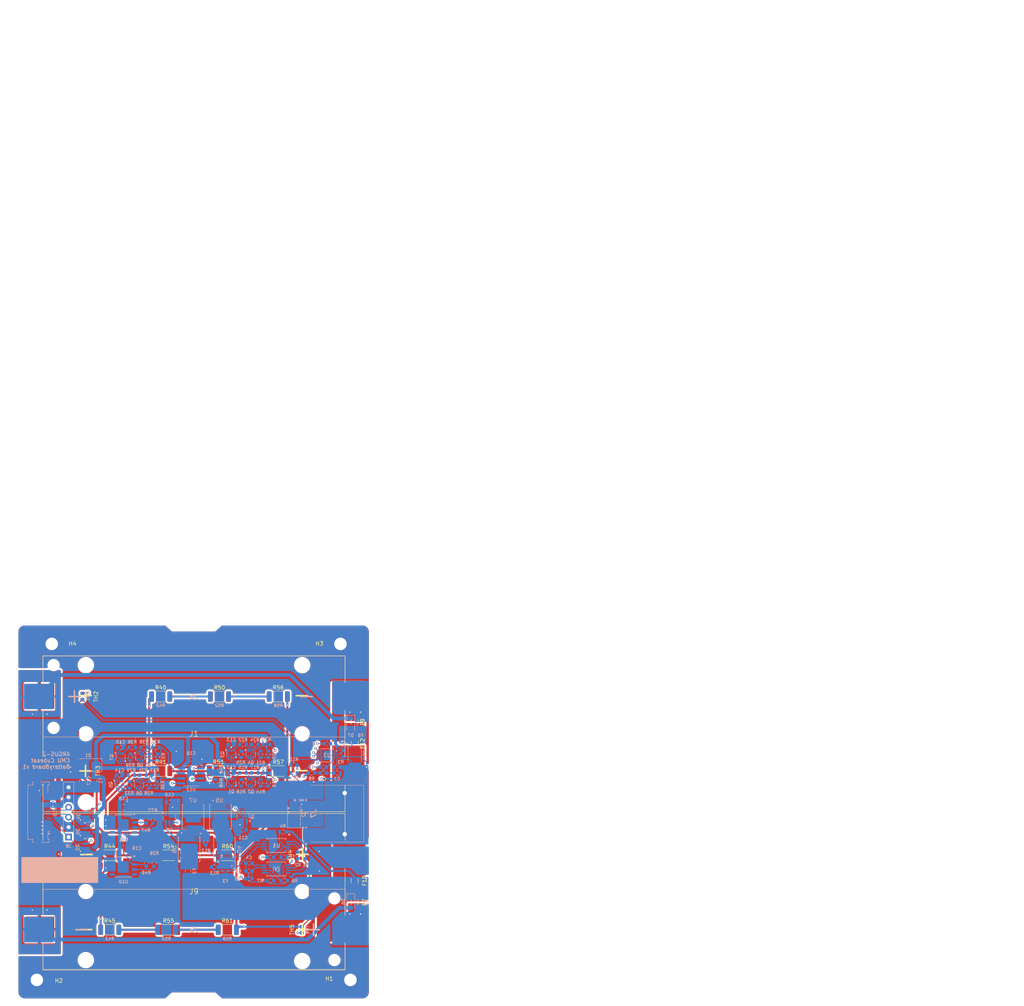
<source format=kicad_pcb>
(kicad_pcb (version 20240108) (generator "pcbnew") (generator_version "8.0")
  (layers (0 "F.Cu" signal) (1 "In1.Cu" signal) (2 "In2.Cu" signal) (31 "B.Cu" signal) (34 "B.Paste" user) (35 "F.Paste" user) (36 "B.SilkS" user "B.Silkscreen") (37 "F.SilkS" user "F.Silkscreen") (38 "B.Mask" user) (39 "F.Mask" user) (44 "Edge.Cuts" user))
  (net 0 "")
  (net 1 "/Battery/BATT1")
  (net 2 "Net-(U1-VDD)")
  (net 3 "Net-(U1-CDT)")
  (net 4 "/Battery Monitor/CSP")
  (net 5 "Net-(U2-VDD)")
  (net 6 "Net-(U2-CDT)")
  (net 7 "/Battery Monitor/CELL1")
  (net 8 "/Battery Monitor/CELL2")
  (net 9 "SYSTEM_VSS")
  (net 10 "/Battery Monitor/REG3")
  (net 11 "/Battery Monitor/REG2")
  (net 12 "GND")
  (net 13 "Net-(U9-VIN)")
  (net 14 "Net-(Q1B-G)")
  (net 15 "Net-(Q3B-G)")
  (net 16 "Net-(Q5B-G)")
  (net 17 "Net-(Q7B-G)")
  (net 18 "+3V3")
  (net 19 "SYSTEM_VDD")
  (net 20 "/Battery Monitor/ALERT")
  (net 21 "/Interfaces/SCL_BUS")
  (net 22 "/Interfaces/SDA_BUS")
  (net 23 "/Battery/BATT2")
  (net 24 "Net-(F2-Pad2)")
  (net 25 "Net-(F3-Pad1)")
  (net 26 "Net-(Q1A-D)")
  (net 27 "Net-(Q1A-G)")
  (net 28 "/Battery Monitor/SCL")
  (net 29 "Net-(Q2A-B1)")
  (net 30 "Net-(Q3A-G)")
  (net 31 "Net-(Q3A-D)")
  (net 32 "Net-(Q4A-B1)")
  (net 33 "/Battery Monitor/SDA")
  (net 34 "Net-(Q5A-G)")
  (net 35 "Net-(Q5A-D)")
  (net 36 "/IO Expander/SCL")
  (net 37 "Net-(Q6A-B1)")
  (net 38 "Net-(Q7A-G)")
  (net 39 "Net-(Q7A-D)")
  (net 40 "/IO Expander/SDA")
  (net 41 "Net-(Q8A-B1)")
  (net 42 "Net-(U1-CTLC)")
  (net 43 "Net-(U2-CO)")
  (net 44 "Net-(U1-CTLD)")
  (net 45 "Net-(U2-DO)")
  (net 46 "Net-(U2-CTLD)")
  (net 47 "Net-(U2-CTLC)")
  (net 48 "/Battery Monitor/THERM2")
  (net 49 "VTHERM")
  (net 50 "/Battery Monitor/THERM1")
  (net 51 "Net-(U8-SENSE)")
  (net 52 "Net-(U10-DEN)")
  (net 53 "Net-(U11-DEN)")
  (net 54 "/Battery Temperature Protection/HEATER")
  (net 55 "/Battery Temperature Protection1/HEATER")
  (net 56 "/IO Expander/IO2")
  (net 57 "/IO Expander/IO3")
  (net 58 "Net-(TH1-Pad2)")
  (net 59 "Net-(TH2-Pad2)")
  (net 60 "Net-(TH4-Pad2)")
  (net 61 "Net-(TH5-Pad2)")
  (net 64 "Net-(U5-G)")
  (net 65 "Net-(U7-G)")
  (net 66 "/IO Expander/IO0")
  (net 67 "/IO Expander/IO1")
  (net 73 "Net-(R40-Pad2)")
  (net 74 "Net-(R41-Pad2)")
  (net 75 "/Battery Bus Detection/CHARGE_EN")
  (net 76 "/Battery Bus Detection/DISCHARGE_EN")
  (net 77 "/Interfaces/+3V3_PS")
  (net 78 "Net-(J5-POS)")
  (net 79 "Net-(J6-NEG)")
  (net 80 "Net-(F10-Pad2)")
  (net 81 "Net-(F12-Pad2)")
  (net 82 "Net-(F10-Pad1)")
  (net 83 "Net-(F12-Pad1)")
  (net 84 "Net-(R42-Pad2)")
  (net 85 "Net-(R43-Pad2)")
  (net 86 "Net-(R44-Pad2)")
  (net 87 "Net-(R45-Pad2)")
  (net 88 "Net-(R50-Pad2)")
  (net 89 "Net-(R51-Pad2)")
  (net 90 "Net-(R52-Pad2)")
  (net 91 "Net-(R53-Pad2)")
  (net 92 "Net-(R54-Pad2)")
  (net 93 "Net-(R55-Pad2)")
  (footprint "Resistor_SMD:R_2010_5025Metric" (layer "F.Cu") (at 162 70)
    (property "Reference" "R56")
    (property "Value" "160R")
  )
  (footprint "Resistor_SMD:R_2010_5025Metric" (layer "F.Cu") (at 132 89)
    (property "Reference" "R41")
    (property "Value" "160R")
  )
  (footprint "Capacitor_SMD:C_0603_1608Metric" (layer "F.Cu") (at 112 70 -90)
    (property "Reference" "TH2")
    (property "Value" "10k 3435k")
  )
  (footprint "Resistor_SMD:R_2010_5025Metric" (layer "F.Cu") (at 132 70)
    (property "Reference" "R40")
    (property "Value" "160R")
  )
  (footprint "Resistor_SMD:R_2010_5025Metric" (layer "F.Cu") (at 134 110.5)
    (property "Reference" "R54")
    (property "Value" "160R")
  )
  (footprint "MountingHole:MountingHole_3.2mm_M3_Pad_TopBottom" (layer "F.Cu") (at 180.4065 142.305)
    (property "Reference" "H1")
    (property "Value" "MountingHole_Pad")
  )
  (footprint "MountingHole:MountingHole_3.2mm_M3_Pad_TopBottom" (layer "F.Cu") (at 100.3965 142.305)
    (property "Reference" "H2")
    (property "Value" "MountingHole_Pad")
  )
  (footprint "Fuse:Fuse_1206_3216Metric" (layer "F.Cu") (at 181.5 76.5 90)
    (property "Reference" "F9")
    (property "Value" "10A")
  )
  (footprint "Capacitor_SMD:C_0603_1608Metric" (layer "F.Cu") (at 168 129.5 -90)
    (property "Reference" "TH5")
    (property "Value" "10k 3435k")
  )
  (footprint "Argus-Misc:BAT_1048" (layer "F.Cu") (at 140.5 119.75)
    (property "Reference" "J9")
    (property "Value" "Keystone-1048" (hide yes))
  )
  (footprint "Resistor_SMD:R_2010_5025Metric" (layer "F.Cu") (at 119 129.5)
    (property "Reference" "R45")
    (property "Value" "160R")
  )
  (footprint "Fuse:Fuse_1206_3216Metric" (layer "F.Cu") (at 181.5 82 90)
    (property "Reference" "F12")
    (property "Value" "10A")
  )
  (footprint "Capacitor_SMD:C_0603_1608Metric" (layer "F.Cu") (at 168 110.5 -90)
    (property "Reference" "TH4")
    (property "Value" "10k 3435k")
  )
  (footprint "Resistor_SMD:R_2010_5025Metric" (layer "F.Cu") (at 149 110.5)
    (property "Reference" "R60")
    (property "Value" "160R")
  )
  (footprint "Capacitor_SMD:C_0603_1608Metric" (layer "F.Cu") (at 112 89 -90)
    (property "Reference" "TH3")
    (property "Value" "10k 3435k")
  )
  (footprint "Resistor_SMD:R_2010_5025Metric" (layer "F.Cu") (at 146.75 89)
    (property "Reference" "R51")
    (property "Value" "160R")
  )
  (footprint "Fuse:Fuse_1206_3216Metric" (layer "F.Cu") (at 181.5 117 -90)
    (property "Reference" "F10")
    (property "Value" "10A")
  )
  (footprint "Resistor_SMD:R_2010_5025Metric" (layer "F.Cu") (at 149 129.5)
    (property "Reference" "R61")
    (property "Value" "160R")
  )
  (footprint "MountingHole:MountingHole_3.2mm_M3_Pad_TopBottom" (layer "F.Cu") (at 177.8665 56.58)
    (property "Reference" "H3")
    (property "Value" "MountingHole_Pad")
  )
  (footprint "MountingHole:MountingHole_3.2mm_M3_Pad_TopBottom" (layer "F.Cu") (at 104.2065 56.58)
    (property "Reference" "H4")
    (property "Value" "MountingHole_Pad")
  )
  (footprint "Resistor_SMD:R_2010_5025Metric" (layer "F.Cu") (at 119 110.5)
    (property "Reference" "R44")
    (property "Value" "160R")
  )
  (footprint "Fuse:Fuse_1206_3216Metric" (layer "F.Cu") (at 181.5 122.5 -90)
    (property "Reference" "F7")
    (property "Value" "10A")
  )
  (footprint "Resistor_SMD:R_2010_5025Metric" (layer "F.Cu") (at 134 129.5)
    (property "Reference" "R55")
    (property "Value" "160R")
  )
  (footprint "Argus-Misc:BAT_1048" (layer "F.Cu") (at 140.5 79.5 180)
    (property "Reference" "J1")
    (property "Value" "Keystone-1048" (hide yes))
  )
  (footprint "Resistor_SMD:R_2010_5025Metric" (layer "F.Cu") (at 147 70)
    (property "Reference" "R50")
    (property "Value" "160R")
  )
  (footprint "Resistor_SMD:R_2010_5025Metric" (layer "F.Cu") (at 162 89)
    (property "Reference" "R57")
    (property "Value" "160R")
  )
  (footprint "Capacitor_SMD:C_0603_1608Metric" (layer "B.Cu") (at 134.25 97)
    (property "Reference" "C10")
    (property "Value" "0.1uF")
  )
  (footprint "Resistor_SMD:R_0603_1608Metric" (layer "B.Cu") (at 146 88.5 90)
    (property "Reference" "R46")
    (property "Value" "100k")
  )
  (footprint "Capacitor_SMD:C_0603_1608Metric" (layer "B.Cu") (at 128.25 101.5 -90)
    (property "Reference" "R47")
    (property "Value" "100k")
  )
  (footprint "Capacitor_SMD:C_0603_1608Metric" (layer "B.Cu") (at 177 88)
    (property "Reference" "C7")
    (property "Value" "0.1uF")
  )
  (footprint "Resistor_SMD:R_0603_1608Metric" (layer "B.Cu") (at 156 89.5 180)
    (property "Reference" "R17")
    (property "Value" "10K")
  )
  (footprint "Resistor_SMD:R_2010_5025Metric" (layer "B.Cu") (at 147 70)
    (property "Reference" "R52")
    (property "Value" "160R")
  )
  (footprint "Capacitor_SMD:C_0603_1608Metric" (layer "B.Cu") (at 121.5 90.05)
    (property "Reference" "C14")
    (property "Value" "10nF")
  )
  (footprint "Resistor_SMD:R_0603_1608Metric" (layer "B.Cu") (at 124 92.55 -90)
    (property "Reference" "R32")
    (property "Value" "200K")
  )
  (footprint "Resistor_SMD:R_0603_1608Metric" (layer "B.Cu") (at 177 89.5 180)
    (property "Reference" "R3")
    (property "Value" "10R")
  )
  (footprint "Resistor_SMD:R_2010_5025Metric" (layer "B.Cu") (at 162 70)
    (property "Reference" "R58")
    (property "Value" "160R")
  )
  (footprint "Resistor_SMD:R_0603_1608Metric" (layer "B.Cu") (at 131.25 85.5 -90)
    (property "Reference" "R37")
    (property "Value" "10K")
  )
  (footprint "Package_TO_SOT_SMD:SOT-363_SC-70-6" (layer "B.Cu") (at 155 84.75 -90)
    (property "Reference" "Q4")
    (property "Value" "MBT2222ADW1T1")
  )
  (footprint "Package_TO_SOT_SMD:SOT-363_SC-70-6" (layer "B.Cu") (at 121.5 92.5 -90)
    (property "Reference" "Q5")
    (property "Value" "NX3008NBKS")
  )
  (footprint "Resistor_SMD:R_0603_1608Metric" (layer "B.Cu") (at 163.175 104.5 180)
    (property "Reference" "R4")
    (property "Value" "470R")
  )
  (footprint "Resistor_SMD:R_0603_1608Metric" (layer "B.Cu") (at 130.75 83 180)
    (property "Reference" "R34")
    (property "Value" "DNI (0R)")
  )
  (footprint "Capacitor_SMD:C_0603_1608Metric" (layer "B.Cu") (at 174.5 82 180)
    (property "Reference" "C8")
    (property "Value" "0.47uF")
  )
  (footprint "Resistor_SMD:R_2010_5025Metric" (layer "B.Cu") (at 119 129.5)
    (property "Reference" "R43")
    (property "Value" "160R")
  )
  (footprint "Package_SO:Infineon_PG-DSO-8-43" (layer "B.Cu") (at 122.5 102.75 180)
    (property "Reference" "U11")
    (property "Value" "BTS5090-1EJA")
  )
  (footprint "Resistor_SMD:R_2010_5025Metric" (layer "B.Cu") (at 132 70)
    (property "Reference" "R42")
    (property "Value" "160R")
  )
  (footprint "Resistor_SMD:R_0603_1608Metric" (layer "B.Cu") (at 153 82.25 180)
    (property "Reference" "R22")
    (property "Value" "100K")
  )
  (footprint "Argus-IC:21-0137_T1433&plus_2C_MXM" (layer "B.Cu") (at 174.5 85 180)
    (property "Reference" "U3")
    (property "Value" "MAX17205G+")
  )
  (footprint "Resistor_SMD:R_0603_1608Metric" (layer "B.Cu") (at 154.5 116.5)
    (property "Reference" "R5")
    (property "Value" "470R")
  )
  (footprint "Resistor_SMD:R_0603_1608Metric" (layer "B.Cu") (at 124.5 90.05 180)
    (property "Reference" "R29")
    (property "Value" "100K")
  )
  (footprint "Argus-Misc:MOSFET_7DP-T1-GE3_VIS" (layer "B.Cu") (at 139.25 108.9826 -90)
    (property "Reference" "U6")
    (property "Value" "SIRA99DP-T1-GE3")
  )
  (footprint "Capacitor_SMD:C_0603_1608Metric" (layer "B.Cu") (at 121.75 83)
    (property "Reference" "C15")
    (property "Value" "10nF")
  )
  (footprint "Package_TO_SOT_SMD:SOT-23-3" (layer "B.Cu") (at 114 104.5)
    (property "Reference" "D5")
    (property "Value" "MMBD452LT1G")
  )
  (footprint "Package_SO:Infineon_PG-DSO-8-43" (layer "B.Cu") (at 122.5 113.5 180)
    (property "Reference" "U10")
    (property "Value" "BTS5090-1EJA")
  )
  (footprint "Argus-Misc:MOSFET_7DP-T1-GE3_VIS" (layer "B.Cu") (at 148.25 109 90)
    (property "Reference" "U4")
    (property "Value" "SIRA99DP-T1-GE3")
  )
  (footprint "Connector_FFC-FPC:Molex_200528-0100_1x10-1MP_P1.00mm_Horizontal" (layer "B.Cu") (at 102.39 99.5 90)
    (property "Reference" "J10")
    (property "Value" "200528-0100")
  )
  (footprint "Argus-IC:TSSOP8-E-PKG_FT008-A-P-SD-1.2_ABL" (layer "B.Cu") (at 161.5 114)
    (property "Reference" "U2")
    (property "Value" "S-8209AAA-T8T1U")
  )
  (footprint "Capacitor_SMD:C_0603_1608Metric" (layer "B.Cu") (at 173.5 88 180)
    (property "Reference" "C5")
    (property "Value" "1nF")
  )
  (footprint "Resistor_SMD:R_0603_1608Metric" (layer "B.Cu") (at 166 89.5 180)
    (property "Reference" "R11")
    (property "Value" "30k")
  )
  (footprint "Diode_SMD:D_SOD-123F" (layer "B.Cu") (at 180.5 77 -90)
    (property "Reference" "D7")
    (property "Value" "10V Vrm")
  )
  (footprint "Capacitor_SMD:C_0603_1608Metric" (layer "B.Cu") (at 112 70 90)
    (property "Reference" "TH1")
    (property "Value" "10k 3435k")
  )
  (footprint "Fuse:Fuse_0805_2012Metric" (layer "B.Cu") (at 139 114.5625 90)
    (property "Reference" "F2")
    (property "Value" "6A")
  )
  (footprint "Argus-IC:TSSOP8-E-PKG_FT008-A-P-SD-1.2_ABL" (layer "B.Cu") (at 161.5 108 180)
    (property "Reference" "U1")
    (property "Value" "S-8209AAA-T8T1U")
  )
  (footprint "Resistor_SMD:R_0603_1608Metric" (layer "B.Cu") (at 159.5 92 -90)
    (property "Reference" "R16")
    (property "Value" "10K")
  )
  (footprint "Resistor_SMD:R_0603_1608Metric" (layer "B.Cu") (at 152.5 92 -90)
    (property "Reference" "R18")
    (property "Value" "200K")
  )
  (footprint "Resistor_SMD:R_0603_1608Metric" (layer "B.Cu") (at 143.5 107 -90)
    (property "Reference" "R12")
    (property "Value" "100K")
  )
  (footprint "Capacitor_SMD:C_0603_1608Metric" (layer "B.Cu") (at 150 82.25)
    (property "Reference" "C13")
    (property "Value" "10nF")
  )
  (footprint "Resistor_SMD:R_2010_5025Metric" (layer "B.Cu") (at 149 129.5)
    (property "Reference" "R59")
    (property "Value" "160R")
  )
  (footprint "Resistor_SMD:R_2010_5025Metric" (layer "B.Cu") (at 133.5 129.5)
    (property "Reference" "R53")
    (property "Value" "160R")
  )
  (footprint "Connector_PinHeader_2.54mm:PinHeader_1x06_P2.54mm_Vertical" (layer "B.Cu") (at 108.5 105.85)
    (property "Reference" "J8")
    (property "Value" "Conn_01x06")
  )
  (footprint "Fuse:Fuse_0805_2012Metric" (layer "B.Cu") (at 115 91.5 90)
    (property "Reference" "F1")
    (property "Value" "1A")
  )
  (footprint "Package_TO_SOT_SMD:TSOT-23-6" (layer "B.Cu") (at 134.25 101 -90)
    (property "Reference" "U8")
    (property "Value" "LTC4412xS6")
  )
  (footprint "Resistor_SMD:R_0603_1608Metric" (layer "B.Cu") (at 146 92 90)
    (property "Reference" "R48")
    (property "Value" "100k")
  )
  (footprint "Package_TO_SOT_SMD:SOT-363_SC-70-6" (layer "B.Cu") (at 150 84.75 -90)
    (property "Reference" "Q3")
    (property "Value" "NX3008NBKS")
  )
  (footprint "Argus-Misc:MOSFET_7DP-T1-GE3_VIS" (layer "B.Cu") (at 147.25 100.724999 -90)
    (property "Reference" "U5")
    (property "Value" "SIRA99DP-T1-GE3")
  )
  (footprint "Resistor_SMD:R_0603_1608Metric" (layer "B.Cu") (at 129.25 85.5 -90)
    (property "Reference" "R35")
    (property "Value" "680R")
  )
  (footprint "Package_SO:SOIC-8_3.9x4.9mm_P1.27mm" (layer "B.Cu") (at 139.75 90.25 180)
    (property "Reference" "U12")
    (property "Value" "PCA9536D")
  )
  (footprint "Capacitor_SMD:C_0805_2012Metric" (layer "B.Cu") (at 122.5 98.25)
    (property "Reference" "C18")
    (property "Value" "10uF")
  )
  (footprint "Resistor_SMD:R_0603_1608Metric" (layer "B.Cu") (at 124.25 85.5 -90)
    (property "Reference" "R39")
    (property "Value" "200K")
  )
  (footprint "Capacitor_SMD:C_0603_1608Metric" (layer "B.Cu") (at 139.75 86)
    (property "Reference" "C16")
    (property "Value" "0.1uF")
  )
  (footprint "Resistor_SMD:R_0603_1608Metric" (layer "B.Cu") (at 130.3375 112.5 90)
    (property "Reference" "R26")
    (property "Value" "1k")
  )
  (footprint "Resistor_SMD:R_2512_6332Metric" (layer "B.Cu") (at 181.5 84.5 90)
    (property "Reference" "R9")
    (property "Value" "10m")
  )
  (footprint "Diode_SMD:D_SMA" (layer "B.Cu") (at 113.5 87.5 180)
    (property "Reference" "D1")
    (property "Value" "4.7V")
  )
  (footprint "Argus-Connectors:1824543" (layer "B.Cu") (at 171 99.875 -90)
    (property "Reference" "J7")
    (property "Value" "1824543" (hide yes))
  )
  (footprint "Resistor_SMD:R_0603_1608Metric" (layer "B.Cu") (at 160 117 180)
    (property "Reference" "R7")
    (property "Value" "1k")
  )
  (footprint "Resistor_SMD:R_0603_1608Metric" (layer "B.Cu") (at 159.5 84.75 -90)
    (property "Reference" "R23")
    (property "Value" "10K")
  )
  (footprint "Resistor_SMD:R_0603_1608Metric" (layer "B.Cu") (at 127.5 90.05 180)
    (property "Reference" "R31")
    (property "Value" "10K")
  )
  (footprint "Diode_SMD:D_SOD-123F" (layer "B.Cu") (at 180.5 122.5 -90)
    (property "Reference" "D6")
    (property "Value" "10V Vrm")
  )
  (footprint "Resistor_SMD:R_0603_1608Metric" (layer "B.Cu") (at 130.5 90.05 180)
    (property "Reference" "R33")
    (property "Value" "DNI (0R)")
  )
  (footprint "Resistor_SMD:R_0603_1608Metric" (layer "B.Cu") (at 159 82.25 180)
    (property "Reference" "R20")
    (property "Value" "DNI (0R)")
  )
  (footprint "Resistor_SMD:R_0603_1608Metric" (layer "B.Cu") (at 145.75 113.5 180)
    (property "Reference" "R13")
    (property "Value" "100K")
  )
  (footprint "Resistor_SMD:R_0603_1608Metric" (layer "B.Cu") (at 129 92.55 -90)
    (property "Reference" "R28")
    (property "Value" "680R")
  )
  (footprint "Capacitor_SMD:C_0805_2012Metric" (layer "B.Cu") (at 112 91.5 90)
    (property "Reference" "C17")
    (property "Value" "10uF")
  )
  (footprint "Package_TO_SOT_SMD:SOT-363_SC-70-6" (layer "B.Cu") (at 126.75 85.5 -90)
    (property "Reference" "Q8")
    (property "Value" "MBT2222ADW1T1")
  )
  (footprint "Capacitor_SMD:C_0603_1608Metric" (layer "B.Cu") (at 163.5 111)
    (property "Reference" "C2")
    (property "Value" "10nF")
  )
  (footprint "Fuse:Fuse_1206_3216Metric" (layer "B.Cu") (at 183 77 -90)
    (property "Reference" "F6")
    (property "Value" "10A")
  )
  (footprint "Capacitor_SMD:C_0603_1608Metric" (layer "B.Cu") (at 178.5 84.562501 -90)
    (property "Reference" "C9")
    (property "Value" "0.47uF")
  )
  (footprint "Package_TO_SOT_SMD:SOT-363_SC-70-6" (layer "B.Cu") (at 126.5 92.55 -90)
    (property "Reference" "Q6")
    (property "Value" "MBT2222ADW1T1")
  )
  (footprint "Diode_SMD:D_SMA" (layer "B.Cu") (at 166 100 90)
    (property "Reference" "D2")
    (property "Value" "10V")
  )
  (footprint "Argus-Misc:Keystone_1042" (layer "B.Cu") (at 140.5 70 180)
    (property "Reference" "J6")
    (property "Value" "Keystone-1042")
  )
  (footprint "Resistor_SMD:R_0603_1608Metric" (layer "B.Cu") (at 157.5 92 -90)
    (property "Reference" "R14")
    (property "Value" "680R")
  )
  (footprint "Package_TO_SOT_SMD:TSOT-23-6" (layer "B.Cu") (at 153 100.5 90)
    (property "Reference" "U9")
    (property "Value" "LTC4412xS6")
  )
  (footprint "Package_TO_SOT_SMD:SOT-363_SC-70-6" (layer "B.Cu") (at 155 92 -90)
    (property "Reference" "Q2")
    (property "Value" "MBT2222ADW1T1")
  )
  (footprint "Package_TO_SOT_SMD:SOT-23-3" (layer "B.Cu") (at 114 100.5)
    (property "Reference" "D4")
    (property "Value" "MMBD452LT1G")
  )
  (footprint "Package_TO_SOT_SMD:SOT-363_SC-70-6" (layer "B.Cu") (at 121.75 85.5 -90)
    (property "Reference" "Q7")
    (property "Value" "NX3008NBKS")
  )
  (footprint "Capacitor_SMD:C_0603_1608Metric" (layer "B.Cu") (at 153 104.01875 180)
    (property "Reference" "C11")
    (property "Value" "0.1uF")
  )
  (footprint "Package_TO_SOT_SMD:SOT-363_SC-70-6" (layer "B.Cu") (at 150 92 -90)
    (property "Reference" "Q1")
    (property "Value" "NX3008NBKS")
  )
  (footprint "Resistor_SMD:R_0603_1608Metric" (layer "B.Cu") (at 169 110.5 -90)
    (property "Reference" "R1")
    (property "Value" "1k")
  )
  (footprint "Fuse:Fuse_1206_3216Metric" (layer "B.Cu") (at 183 122.5 90)
    (property "Reference" "F4")
    (property "Value" "10A")
  )
  (footprint "Resistor_SMD:R_0603_1608Metric" (layer "B.Cu") (at 163.5 117)
    (property "Reference" "R6")
    (property "Value" "1k")
  )
  (footprint "Resistor_SMD:R_0603_1608Metric" (layer "B.Cu") (at 166 87.5 180)
    (property "Reference" "R10")
    (property "Value" "30k")
  )
  (footprint "Argus-Misc:MOSFET_7DP-T1-GE3_VIS" (layer "B.Cu") (at 140.25 100.724999 90)
    (property "Reference" "U7")
    (property "Value" "SIRA99DP-T1-GE3")
  )
  (footprint "Capacitor_SMD:C_0603_1608Metric" (layer "B.Cu") (at 128.3375 112.5 -90)
    (property "Reference" "R49")
    (property "Value" "100k")
  )
  (footprint "Resistor_SMD:R_0603_1608Metric" (layer "B.Cu") (at 130 101.5 90)
    (property "Reference" "R27")
    (property "Value" "1k")
  )
  (footprint "Capacitor_SMD:C_0603_1608Metric" (layer "B.Cu") (at 168 129.5 90)
    (property "Reference" "TH6")
    (property "Value" "10k 3435k")
  )
  (footprint "Package_TO_SOT_SMD:SOT-23-3" (layer "B.Cu") (at 114 108.5)
    (property "Reference" "D3")
    (property "Value" "MMBD452LT1G")
  )
  (footprint "Resistor_SMD:R_0603_1608Metric" (layer "B.Cu") (at 159 89.5 180)
    (property "Reference" "R19")
    (property "Value" "DNI (0R)")
  )
  (footprint "Resistor_SMD:R_0603_1608Metric" (layer "B.Cu") (at 131 92.55 -90)
    (property "Reference" "R30")
    (property "Value" "10K")
  )
  (footprint "Resistor_SMD:R_0603_1608Metric" (layer "B.Cu") (at 153 89.5 180)
    (property "Reference" "R15")
    (property "Value" "100K")
  )
  (footprint "Resistor_SMD:R_0603_1608Metric" (layer "B.Cu") (at 156 82.25 180)
    (property "Reference" "R24")
    (property "Value" "10K")
  )
  (footprint "Resistor_SMD:R_0603_1608Metric" (layer "B.Cu") (at 167 110.5 -90)
    (property "Reference" "R2")
    (property "Value" "1k")
  )
  (footprint "Capacitor_SMD:C_0603_1608Metric" (layer "B.Cu") (at 154.5 114.5 180)
    (property "Reference" "C3")
    (property "Value" "0.1uF")
  )
  (footprint "Capacitor_SMD:C_0805_2012Metric" (layer "B.Cu") (at 122.45 108.78)
    (property "Reference" "C19")
    (property "Value" "10uF")
  )
  (footprint "Capacitor_SMD:C_0603_1608Metric" (layer "B.Cu") (at 154.5 112.5 180)
    (property "Reference" "C4")
    (property "Value" "10nF")
  )
  (footprint "Argus-Misc:Keystone_1042" (layer "B.Cu") (at 140.5 129.5)
    (property "Reference" "J5")
    (property "Value" "Keystone-1042")
  )
  (footprint "Capacitor_SMD:C_0603_1608Metric" (layer "B.Cu") (at 160 111 180)
    (property "Reference" "C1")
    (property "Value" "0.1uF")
  )
  (footprint "Resistor_SMD:R_0603_1608Metric" (layer "B.Cu") (at 124.75 83 180)
    (property "Reference" "R36")
    (property "Value" "100K")
  )
  (footprint "Resistor_SMD:R_0603_1608Metric" (layer "B.Cu") (at 157.5 84.75 -90)
    (property "Reference" "R21")
    (property "Value" "680R")
  )
  (footprint "Fuse:Fuse_0805_2012Metric" (layer "B.Cu") (at 148.5 114.5 -90)
    (property "Reference" "F3")
    (property "Value" "6A")
  )
  (footprint "Capacitor_SMD:C_0603_1608Metric" (layer "B.Cu") (at 173.5 89.5 180)
    (property "Reference" "C6")
    (property "Value" "1nF")
  )
  (footprint "Resistor_SMD:R_0603_1608Metric" (layer "B.Cu") (at 127.75 83 180)
    (property "Reference" "R38")
    (property "Value" "10K")
  )
  (footprint "Resistor_SMD:R_0603_1608Metric" (layer "B.Cu") (at 170.5 89.5)
    (property "Reference" "R8")
    (property "Value" "100R")
  )
  (footprint "Resistor_SMD:R_0603_1608Metric" (layer "B.Cu") (at 152.5 84.75 -90)
    (property "Reference" "R25")
    (property "Value" "200K")
  )
  (footprint "Capacitor_SMD:C_0603_1608Metric" (layer "B.Cu") (at 150 89.5)
    (property "Reference" "C12")
    (property "Value" "10nF")
  )
  (gr_rect (start 96.5 111) (end 116 117.5) (stroke (width 0.1)) (fill solid) (layer "B.SilkS"))
  (gr_arc (start 95.3165 53.5) (mid 95.902286 52.085786) (end 97.3165 51.5) (stroke (width 0.0254)) (layer "Edge.Cuts"))
  (gr_arc (start 183.4865 51.5) (mid 184.900714 52.085786) (end 185.4865 53.5) (stroke (width 0.0254)) (layer "Edge.Cuts"))
  (gr_line (start 185.4865 145.385) (end 185.4865 53.5) (stroke (width 0.0254)) (layer "Edge.Cuts"))
  (gr_line (start 133.2895 51.5) (end 97.3165 51.5) (stroke (width 0.0254)) (layer "Edge.Cuts"))
  (gr_line (start 145.8117 145.861) (end 147.5135 147.385) (stroke (width 0.0254)) (layer "Edge.Cuts"))
  (gr_arc (start 97.3165 147.385) (mid 95.902286 146.799214) (end 95.3165 145.385) (stroke (width 0.0254)) (layer "Edge.Cuts"))
  (gr_line (start 147.5135 51.5) (end 183.4865 51.5) (stroke (width 0.0254)) (layer "Edge.Cuts"))
  (gr_line (start 147.5135 51.5) (end 145.8117 53.024) (stroke (width 0.0254)) (layer "Edge.Cuts"))
  (gr_line (start 133.2895 147.385) (end 97.3165 147.385) (stroke (width 0.0254)) (layer "Edge.Cuts"))
  (gr_line (start 134.9913 53.024) (end 133.2895 51.5) (stroke (width 0.0254)) (layer "Edge.Cuts"))
  (gr_arc (start 185.4865 145.385) (mid 184.900714 146.799214) (end 183.4865 147.385) (stroke (width 0.0254)) (layer "Edge.Cuts"))
  (gr_line (start 134.9913 53.024) (end 145.8117 53.024) (stroke (width 0.0254)) (layer "Edge.Cuts"))
  (gr_line (start 133.2895 147.385) (end 134.9913 145.861) (stroke (width 0.0254)) (layer "Edge.Cuts"))
  (gr_line (start 147.5135 147.385) (end 183.4865 147.385) (stroke (width 0.0254)) (layer "Edge.Cuts"))
  (gr_line (start 95.3165 53.5) (end 95.3165 145.385) (stroke (width 0.0254)) (layer "Edge.Cuts"))
  (gr_line (start 145.8117 145.861) (end 134.9913 145.861) (stroke (width 0.0254)) (layer "Edge.Cuts"))
  (gr_text "ARGUS-2\nCMU Cubesat\nBatteryBoard v1" (at 109 88.5 0) (layer "B.SilkS") (effects (font (size 1 1) (thickness 0.1778) (italic yes)) (justify left bottom mirror)))
  (segment (start 101.17 129.305) (end 100.4206 128.5556) (width 0.254) (layer "F.Cu") (net 1))
  (segment (start 100.4206 70.6944) (end 101.17 69.945) (width 0.254) (layer "F.Cu") (net 1))
  (via (at 103 74.5) (size 0.6) (drill 0.3) (layers "F.Cu" "B.Cu") (net 1))
  (via (at 158 111) (size 0.6) (drill 0.3) (layers "F.Cu" "B.Cu") (net 1))
  (via (at 99.25 124.5) (size 0.6) (drill 0.3) (layers "F.Cu" "B.Cu") (net 1))
  (via (at 106 110.2024) (size 0.6) (drill 0.3) (layers "F.Cu" "B.Cu") (net 1))
  (via (at 99.25 74.5) (size 0.6) (drill 0.3) (layers "F.Cu" "B.Cu") (net 1))
  (via (at 168.5 90.5) (size 0.6) (drill 0.3) (layers "F.Cu" "B.Cu") (net 1))
  (via (at 152.5 116) (size 0.6) (drill 0.3) (layers "F.Cu" "B.Cu") (net 1))
  (via (at 103 124.5) (size 0.6) (drill 0.3) (layers "F.Cu" "B.Cu") (net 1))
  (segment (start 169.675 89.5) (end 169.5 89.5) (width 0.5) (layer "B.Cu") (net 1))
  (segment (start 165 64.5) (end 106.33 64.5) (width 1) (layer "B.Cu") (net 1))
  (segment (start 177.6 123.9) (end 169.5 132) (width 1) (layer "B.Cu") (net 1))
  (segment (start 106.33 64.5) (end 100.83 70) (width 1) (layer "B.Cu") (net 1))
  (segment (start 159.225 111) (end 158 111) (width 0.254) (layer "B.Cu") (net 1))
  (segment (start 160.027 111.802) (end 159.225 111) (width 0.254) (layer "B.Cu") (net 1))
  (segment (start 153 116.5) (end 152.5 116) (width 0.254) (layer "B.Cu") (net 1))
  (segment (start 180.5 123.9) (end 177.6 123.9) (width 1) (layer "B.Cu") (net 1))
  (segment (start 103.33 132) (end 100.83 129.5) (width 1) (layer "B.Cu") (net 1))
  (segment (start 164.275 111) (end 163.473 111.802) (width 0.254) (layer "B.Cu") (net 1))
  (segment (start 163.473 111.802) (end 160.027 111.802) (width 0.254) (layer "B.Cu") (net 1))
  (segment (start 153.675 116.5) (end 153 116.5) (width 0.254) (layer "B.Cu") (net 1))
  (segment (start 176.1 75.6) (end 165 64.5) (width 1) (layer "B.Cu") (net 1))
  (segment (start 159.225 111) (end 159.225 109.747999) (width 0.254) (layer "B.Cu") (net 1))
  (segment (start 159.225 109.747999) (end 158.452 108.974999) (width 0.254) (layer "B.Cu") (net 1))
  (segment (start 169.5 89.5) (end 168.5 90.5) (width 0.5) (layer "B.Cu") (net 1))
  (segment (start 169.5 132) (end 103.33 132) (width 1) (layer "B.Cu") (net 1))
  (segment (start 180.5 75.6) (end 176.1 75.6) (width 1) (layer "B.Cu") (net 1))
  (segment (start 160.775 111) (end 163.449999 108.325001) (width 0.254) (layer "B.Cu") (net 2))
  (segment (start 164.548 108.325001) (end 163.6844 108.325001) (width 0.254) (layer "B.Cu") (net 2))
  (segment (start 163.6844 108.325001) (end 162.325 106.965601) (width 0.254) (layer "B.Cu") (net 2))
  (segment (start 163.449999 108.325001) (end 164.548 108.325001) (width 0.254) (layer "B.Cu") (net 2))
  (segment (start 162.325 106.965601) (end 162.325 104.5) (width 0.254) (layer "B.Cu") (net 2))
  (segment (start 162.725 110.275) (end 164.025001 108.974999) (width 0.254) (layer "B.Cu") (net 3))
  (segment (start 162.725 111) (end 162.725 110.275) (width 0.254) (layer "B.Cu") (net 3))
  (segment (start 164.025001 108.974999) (end 164.548 108.974999) (width 0.254) (layer "B.Cu") (net 3))
  (via (at 165.5 112) (size 0.6) (drill 0.3) (layers "F.Cu" "B.Cu") (net 4))
  (via (at 178.25 81.4625) (size 0.6) (drill 0.3) (layers "F.Cu" "B.Cu") (net 4))
  (via (at 171 88) (size 0.6) (drill 0.3) (layers "F.Cu" "B.Cu") (net 4))
  (segment (start 163.25 115.925) (end 164.325 117) (width 0.254) (layer "B.Cu") (net 4))
  (segment (start 154.402 115.177) (end 153.725 114.5) (width 0.254) (layer "B.Cu") (net 4))
  (segment (start 164.548 113.025001) (end 163.6844 113.025001) (width 0.254) (layer "B.Cu") (net 4))
  (segment (start 175.9986 84.199999) (end 176.880001 84.199999) (width 0.2) (layer "B.Cu") (net 4))
  (segment (start 180.5 78.4) (end 183 78.4) (width 0.5) (layer "B.Cu") (net 4))
  (segment (start 164.548 113.025001) (end 164.548 112.952) (width 0.254) (layer "B.Cu") (net 4))
  (segment (start 163.523 117.802) (end 159.977 117.802) (width 0.254) (layer "B.Cu") (net 4))
  (segment (start 176.880001 84.199999) (end 178.03 83.05) (width 0.2) (layer "B.Cu") (net 4))
  (segment (start 164.325 117) (end 163.523 117.802) (width 0.254) (layer "B.Cu") (net 4))
  (segment (start 153.725 112.5) (end 153.725 114.5) (width 0.254) (layer "B.Cu") (net 4))
  (segment (start 163.6844 113.025001) (end 163.25 113.459401) (width 0.254) (layer "B.Cu") (net 4))
  (segment (start 159.175 117) (end 158.873 117.302) (width 0.254) (layer "B.Cu") (net 4))
  (segment (start 158.873 117.302) (end 154.802 117.302) (width 0.254) (layer "B.Cu") (net 4))
  (segment (start 164.548 113.025001) (end 164.724999 113.025001) (width 0.254) (layer "B.Cu") (net 4))
  (segment (start 172.725 88) (end 171 88) (width 0.2) (layer "B.Cu") (net 4))
  (segment (start 154.402 116.902) (end 154.402 115.177) (width 0.254) (layer "B.Cu") (net 4))
  (segment (start 178.03 83.05) (end 179.9875 83.05) (width 0.2) (layer "B.Cu") (net 4))
  (segment (start 163.25 113.459401) (end 163.25 115.925) (width 0.254) (layer "B.Cu") (net 4))
  (segment (start 159.977 117.802) (end 159.175 117) (width 0.254) (layer "B.Cu") (net 4))
  (segment (start 154.802 117.302) (end 154.402 116.902) (width 0.254) (layer "B.Cu") (net 4))
  (segment (start 164.548 112.952) (end 165.5 112) (width 0.254) (layer "B.Cu") (net 4))
  (segment (start 179.9875 83.05) (end 181.5 81.5375) (width 0.2) (layer "B.Cu") (net 4))
  (segment (start 155.275 114.5) (end 155.275 116.45) (width 0.254) (layer "B.Cu") (net 5))
  (segment (start 158.452 113.674999) (end 156.100001 113.674999) (width 0.254) (layer "B.Cu") (net 5))
  (segment (start 156.100001 113.674999) (end 155.275 114.5) (width 0.254) (layer "B.Cu") (net 5))
  (segment (start 155.275 116.45) (end 155.325 116.5) (width 0.254) (layer "B.Cu") (net 5))
  (segment (start 158.452 113.025001) (end 155.800001 113.025001) (width 0.254) (layer "B.Cu") (net 6))
  (segment (start 155.800001 113.025001) (end 155.275 112.5) (width 0.254) (layer "B.Cu") (net 6))
  (segment (start 174.275 88) (end 174.225 88) (width 0.254) (layer "B.Cu") (net 7))
  (segment (start 175.9986 86.2) (end 175.9986 85.800001) (width 0.1524) (layer "B.Cu") (net 7))
  (segment (start 175.9986 86.2764) (end 174.275 88) (width 0.254) (layer "B.Cu") (net 7))
  (segment (start 174.225 88) (end 172.725 89.5) (width 0.254) (layer "B.Cu") (net 7))
  (segment (start 172.725 89.5) (end 171.325 89.5) (width 0.254) (layer "B.Cu") (net 7))
  (segment (start 175.9986 86.2) (end 175.9986 85.806399) (width 0.254) (layer "B.Cu") (net 7))
  (segment (start 175.9986 86.2) (end 175.9986 86.2764) (width 0.254) (layer "B.Cu") (net 7))
  (segment (start 176.225 88) (end 176.225 87.775) (width 0.2) (layer "B.Cu") (net 8))
  (segment (start 177 87) (end 177 85.7474) (width 0.2) (layer "B.Cu") (net 8))
  (segment (start 176.175 88.05) (end 176.225 88) (width 0.254) (layer "B.Cu") (net 8))
  (segment (start 174.275 89.5) (end 176.225 89.5) (width 0.254) (layer "B.Cu") (net 8))
  (segment (start 176.652599 85.399999) (end 175.9986 85.399999) (width 0.2) (layer "B.Cu") (net 8))
  (segment (start 177 85.7474) (end 176.652599 85.399999) (width 0.2) (layer "B.Cu") (net 8))
  (segment (start 176.225 87.775) (end 177 87) (width 0.2) (layer "B.Cu") (net 8))
  (segment (start 176.175 89.5) (end 176.175 88.05) (width 0.254) (layer "B.Cu") (net 8))
  (segment (start 151.3125 110.5) (end 162.8125 99) (width 0.5) (layer "F.Cu") (net 9))
  (segment (start 153.25 128.725) (end 152.0875 128.725) (width 0.5) (layer "F.Cu") (net 9))
  (segment (start 162.8125 99) (end 168 99) (width 0.5) (layer "F.Cu") (net 9))
  (segment (start 112 89.775) (end 112 90.5) (width 0.5) (layer "F.Cu") (net 9))
  (segment (start 164.3125 88) (end 164.3125 93.8125) (width 0.5) (layer "F.Cu") (net 9))
  (segment (start 112 90.5) (end 115.6726 94.1726) (width 0.5) (layer "F.Cu") (net 9))
  (segment (start 164.3125 72.25) (end 164.3125 88) (width 0.5) (layer "F.Cu") (net 9))
  (segment (start 152.0875 128.725) (end 151.3125 129.5) (width 0.5) (layer "F.Cu") (net 9))
  (segment (start 151.3125 110.5) (end 151.3125 129.5) (width 0.5) (layer "F.Cu") (net 9))
  (segment (start 115.6726 100.6726) (end 115.75 100.75) (width 0.5) (layer "F.Cu") (net 9))
  (segment (start 145.5625 104.75) (end 151.3125 110.5) (width 0.5) (layer "F.Cu") (net 9))
  (segment (start 117.5 104.75) (end 145.5625 104.75) (width 0.5) (layer "F.Cu") (net 9))
  (segment (start 115.75 100.75) (end 115.75 103) (width 0.5) (layer "F.Cu") (net 9))
  (segment (start 168 97.5) (end 168 99) (width 0.5) (layer "F.Cu") (net 9))
  (segment (start 164.3125 70) (end 164.3125 72.25) (width 0.5) (layer "F.Cu") (net 9))
  (segment (start 115.6726 94.1726) (end 115.6726 100.6726) (width 0.5) (layer "F.Cu") (net 9))
  (segment (start 164.3125 93.8125) (end 168 97.5) (width 0.5) (layer "F.Cu") (net 9))
  (segment (start 115.75 103) (end 117.5 104.75) (width 0.5) (layer "F.Cu") (net 9))
  (via (at 168 99) (size 0.6) (drill 0.3) (layers "F.Cu" "B.Cu") (net 9))
  (via (at 168 97.5) (size 0.6) (drill 0.3) (layers "F.Cu" "B.Cu") (net 9))
  (via (at 172 82) (size 0.6) (drill 0.3) (layers "F.Cu" "B.Cu") (net 9))
  (via (at 153.25 128.725) (size 0.6) (drill 0.3) (layers "F.Cu" "B.Cu") (net 9))
  (via (at 164.3125 72.25) (size 0.6) (drill 0.3) (layers "F.Cu" "B.Cu") (net 9))
  (via (at 184.5 88) (size 0.6) (drill 0.3) (layers "F.Cu" "B.Cu") (net 9))
  (segment (start 175.9986 85) (end 176.99 85) (width 0.2) (layer "B.Cu") (net 9))
  (segment (start 175.9986 85) (end 174.5 85) (width 0.2) (layer "B.Cu") (net 9))
  (segment (start 178.05 86.06) (end 180.0975 86.06) (width 0.2) (layer "B.Cu") (net 9))
  (segment (start 164.3125 70) (end 164.3125 72.25) (width 0.5) (layer "B.Cu") (net 9))
  (segment (start 168 128.725) (end 153.25 128.725) (width 0.5) (layer "B.Cu") (net 9))
  (segment (start 180.0975 86.06) (end 181.5 87.4625) (width 0.2) (layer "B.Cu") (net 9))
  (segment (start 183.087501 85.337501) (end 184.5 86.75) (width 0.254) (layer "B.Cu") (net 9))
  (segment (start 152.0875 128.725) (end 151.3125 129.5) (width 0.5) (layer "B.Cu") (net 9))
  (segment (start 153.25 128.725) (end 152.0875 128.725) (width 0.5) (layer "B.Cu") (net 9))
  (segment (start 176.99 85) (end 178.05 86.06) (width 0.2) (layer "B.Cu") (net 9))
  (segment (start 178.5 85.337501) (end 183.087501 85.337501) (width 0.254) (layer "B.Cu") (net 9))
  (segment (start 184.5 86.75) (end 184.5 88) (width 0.254) (layer "B.Cu") (net 9))
  (segment (start 173.725 82) (end 172 82) (width 0.2) (layer "B.Cu") (net 9))
  (segment (start 175.9986 82.7236) (end 175.275 82) (width 0.1524) (layer "B.Cu") (net 10))
  (segment (start 175.9986 83.8) (end 175.9986 82.7236) (width 0.1524) (layer "B.Cu") (net 10))
  (segment (start 175.9986 84.600001) (end 177.6875 84.600001) (width 0.2) (layer "B.Cu") (net 11))
  (segment (start 177.6875 84.600001) (end 178.5 83.787501) (width 0.2) (layer "B.Cu") (net 11))
  (via (at 123 86.5) (size 0.6) (drill 0.3) (layers "F.Cu" "B.Cu") (net 12))
  (via (at 123.45 106.25) (size 0.6) (drill 0.3) (layers "F.Cu" "B.Cu") (net 12))
  (via (at 109 89.25) (size 0.6) (drill 0.3) (layers "F.Cu" "B.Cu") (net 12))
  (via (at 111.5 101.5) (size 0.6) (drill 0.3) (layers "F.Cu" "B.Cu") (net 12))
  (via (at 144.5 92.155) (size 0.6) (drill 0.3) (layers "F.Cu" "B.Cu") (net 12))
  (via (at 123 93.5) (size 0.6) (drill 0.3) (layers "F.Cu" "B.Cu") (net 12))
  (via (at 104.5 98) (size 0.6) (drill 0.3) (layers "F.Cu" "B.Cu") (net 12))
  (via (at 172.5 114.5) (size 0.6) (drill 0.3) (layers "F.Cu" "B.Cu") (net 12))
  (via (at 142.5 86) (size 0.6) (drill 0.3) (layers "F.Cu" "B.Cu") (net 12))
  (via (at 147.25 89.5) (size 0.6) (drill 0.3) (layers "F.Cu" "B.Cu") (net 12))
  (via (at 151.25 92.75) (size 0.6) (drill 0.3) (layers "F.Cu" "B.Cu") (net 12))
  (via (at 111.5 109.5) (size 0.6) (drill 0.3) (layers "F.Cu" "B.Cu") (net 12))
  (via (at 123.5 96.75) (size 0.6) (drill 0.3) (layers "F.Cu" "B.Cu") (net 12))
  (via (at 109 88) (size 0.6) (drill 0.3) (layers "F.Cu" "B.Cu") (net 12))
  (via (at 101.75 103) (size 0.6) (drill 0.3) (layers "F.Cu" "B.Cu") (net 12))
  (via (at 135.025 98.25) (size 0.6) (drill 0.3) (layers "F.Cu" "B.Cu") (net 12))
  (via (at 111.5 105.5) (size 0.6) (drill 0.3) (layers "F.Cu" "B.Cu") (net 12))
  (via (at 136 84) (size 0.6) (drill 0.3) (layers "F.Cu" "B.Cu") (net 12))
  (via (at 101.75 102) (size 0.6) (drill 0.3) (layers "F.Cu" "B.Cu") (net 12))
  (via (at 121.75 81.75) (size 0.6) (drill 0.3) (layers "F.Cu" "B.Cu") (net 12))
  (via (at 101.75 104) (size 0.6) (drill 0.3) (layers "F.Cu" "B.Cu") (net 12))
  (via (at 101 94) (size 0.6) (drill 0.3) (layers "F.Cu" "B.Cu") (net 12))
  (via (at 103.5 105) (size 0.6) (drill 0.3) (layers "F.Cu" "B.Cu") (net 12))
  (via (at 121.5 89.25) (size 0.6) (drill 0.3) (layers "F.Cu" "B.Cu") (net 12))
  (via (at 161.5 114) (size 0.6) (drill 0.3) (layers "F.Cu" "B.Cu") (net 12))
  (via (at 151.25 85.5) (size 0.6) (drill 0.3) (layers "F.Cu" "B.Cu") (net 12))
  (via (at 152.225 102.75) (size 0.6) (drill 0.3) (layers "F.Cu" "B.Cu") (net 12))
  (via (at 104.5 97) (size 0.6) (drill 0.3) (layers "F.Cu" "B.Cu") (net 12))
  (via (at 101.75 105) (size 0.6) (drill 0.3) (layers "F.Cu" "B.Cu") (net 12))
  (via (at 161 108) (size 0.6) (drill 0.3) (layers "F.Cu" "B.Cu") (net 12))
  (via (at 150.002301 82.975) (size 0.6) (drill 0.3) (layers "F.Cu" "B.Cu") (net 12))
  (via (at 172.5 109.5) (size 0.6) (drill 0.3) (layers "F.Cu" "B.Cu") (net 12))
  (segment (start 144.5 92.155) (end 145.33 92.155) (width 0.254) (layer "B.Cu") (net 12))
  (segment (start 142.225 92.155) (end 144.5 92.155) (width 0.254) (layer "B.Cu") (net 12))
  (segment (start 149.9984 88.7234) (end 148.0266 88.7234) (width 0.2032) (layer "B.Cu") (net 12))
  (segment (start 122.2 93.5) (end 122.15 93.45) (width 0.254) (layer "B.Cu") (net 12))
  (segment (start 123.4 109.65) (end 125.345 111.595) (width 0.254) (layer "B.Cu") (net 12))
  (segment (start 122.525 83) (end 122.525 82.525) (width 0.254) (layer "B.Cu") (net 12))
  (segment (start 150.775 89.5) (end 149.9984 88.7234) (width 0.2032) (layer "B.Cu") (net 12))
  (segment (start 112.8625 105.45) (end 111.55 105.45) (width 1) (layer "B.Cu") (net 12))
  (segment (start 125.345 100.845) (end 129.83 100.845) (width 0.254) (layer "B.Cu") (net 12))
  (segment (start 147.25 89.49904) (end 147.25 89.5) (width 0.2032) (layer "B.Cu") (net 12))
  (segment (start 151.25 92.75) (end 150.85 92.75) (width 0.254) (layer "B.Cu") (net 12))
  (segment (start 130.2575 111.595) (end 130.3375 111.675) (width 0.254) (layer "B.Cu") (net 12))
  (segment (start 112.8625 101.45) (end 111.55 101.45) (width 1) (layer "B.Cu") (net 12))
  (segment (start 104.5 97) (end 103.3 97) (width 0.254) (layer "B.Cu") (net 12))
  (segment (start 123.45 106.25) (end 123.4 106.3) (width 0.254) (layer "B.Cu") (net 12))
  (segment (start 111.55 109.45) (end 111.5 109.5) (width 1) (layer "B.Cu") (net 12))
  (segment (start 111.55 101.45) (end 111.5 101.5) (width 1) (layer "B.Cu") (net 12))
  (segment (start 123 93.5) (end 122.2 93.5) (width 0.254) (layer "B.Cu") (net 12))
  (segment (start 125.345 111.595) (end 130.2575 111.595) (width 0.254) (layer "B.Cu") (net 12))
  (segment (start 122.525 82.525) (end 121.75 81.75) (width 0.254) (layer "B.Cu") (net 12))
  (segment (start 140.525 86) (end 142.5 86) (width 0.254) (layer "B.Cu") (net 12))
  (segment (start 123.4 106.3) (end 123.4 108.78) (width 0.254) (layer "B.Cu") (net 12))
  (segment (start 123.45 98.25) (end 123.45 96.8) (width 0.254) (layer "B.Cu") (net 12))
  (segment (start 122.275 90.05) (end 122.275 90.025) (width 0.254) (layer "B.Cu") (net 12))
  (segment (start 122.325001 83) (end 121.1 84.225001) (width 0.254) (layer "B.Cu") (net 12))
  (segment (start 149.35 91.05) (end 149.35 90.65) (width 0.2032) (layer "B.Cu") (net 12))
  (segment (start 135.025 97) (end 135.025 98.25) (width 0.254) (layer "B.Cu") (net 12))
  (segment (start 152.225 102.75) (end 152.225 101.38125) (width 0.254) (layer "B.Cu") (net 12))
  (segment (start 124.845 100.845) (end 123.45 99.45) (width 0.254) (layer "B.Cu") (net 12))
  (segment (start 135.025 98.25) (end 135.025 99.6875) (width 0.254) (layer "B.Cu") (net 12))
  (segment (start 112.8625 109.45) (end 111.55 109.45) (width 1) (layer "B.Cu") (net 12))
  (segment (start 129.83 100.845) (end 130 100.675) (width 0.254) (layer "B.Cu") (net 12))
  (segment (start 150.727301 82.25) (end 150.775 82.25) (width 0.2032) (layer "B.Cu") (net 12))
  (segment (start 122.06836 90.05) (end 122.275 90.05) (width 0.254) (layer "B.Cu") (net 12))
  (segment (start 146 89.325) (end 147.075 89.325) (width 0.254) (layer "B.Cu") (net 12))
  (segment (start 149.803901 83.1734) (end 149.730882 83.1734) (width 0.2032) (layer "B.Cu") (net 12))
  (segment (start 152.225 104.01875) (end 152.225 102.75) (width 0.254) (layer "B.Cu") (net 12))
  (segment (start 125.345 100.845) (end 124.845 100.845) (width 0.254) (layer "B.Cu") (net 12))
  (segment (start 152.45 101.15625) (end 152.05 101.15625) (width 0.254) (layer "B.Cu") (net 12))
  (segment (start 123.45 96.8) (end 123.5 96.75) (width 0.254) (layer "B.Cu") (net 12))
  (segment (start 145.33 92.155) (end 146 92.825) (width 0.254) (layer "B.Cu") (net 12))
  (segment (start 150.002301 82.975) (end 149.803901 83.1734) (width 0.2032) (layer "B.Cu") (net 12))
  (segment (start 135.025 99.6875) (end 135.2 99.8625) (width 0.254) (layer "B.Cu") (net 12))
  (segment (start 122.525 83) (end 122.325001 83) (width 0.254) (layer "B.Cu") (net 12))
  (segment (start 150.5 89.5) (end 150.775 89.5) (width 0.2032) (layer "B.Cu") (net 12))
  (segment (start 149.35 90.65) (end 150.5 89.5) (width 0.2032) (layer "B.Cu") (net 12))
  (segment (start 147.075 89.325) (end 147.25 89.5) (width 0.254) (layer "B.Cu") (net 12))
  (segment (start 121.1 84.225001) (end 121.1 84.55) (width 0.254) (layer "B.Cu") (net 12))
  (segment (start 153 101.15625) (end 152.45 101.15625) (width 0.254) (layer "B.Cu") (net 12))
  (segment (start 111.55 105.45) (end 111.5 105.5) (width 1) (layer "B.Cu") (net 12))
  (segment (start 151.25 85.5) (end 150.85 85.5) (width 0.254) (layer "B.Cu") (net 12))
  (segment (start 120.85 91.26836) (end 122.06836 90.05) (width 0.254) (layer "B.Cu") (net 12))
  (segment (start 149.35 83.554282) (end 149.35 83.8) (width 0.2032) (layer "B.Cu") (net 12))
  (segment (start 122.95 86.45) (end 122.4 86.45) (width 0.254) (layer "B.Cu") (net 12))
  (segment (start 150.85 92.75) (end 150.65 92.95) (width 0.254) (layer "B.Cu") (net 12))
  (segment (start 123 86.5) (end 122.95 86.45) (width 0.254) (layer "B.Cu") (net 12))
  (segment (start 134.25 99.8625) (end 135.2 99.8625) (width 0.254) (layer "B.Cu") (net 12))
  (segment (start 149.730882 83.1734) (end 149.35 83.554282) (width 0.2032) (layer "B.Cu") (net 12))
  (segment (start 123.4 108.78) (end 123.4 109.65) (width 0.254) (layer "B.Cu") (net 12))
  (segment (start 148.0266 88.7234) (end 147.25 89.5) (width 0.2032) (layer "B.Cu") (net 12))
  (segment (start 150.85 85.5) (end 150.65 85.7) (width 0.254) (layer "B.Cu") (net 12))
  (segment (start 120.85 91.55) (end 120.85 91.26836) (width 0.254) (layer "B.Cu") (net 12))
  (segment (start 123.45 99.45) (end 123.45 98.25) (width 0.254) (layer "B.Cu") (net 12))
  (segment (start 122.275 90.025) (end 121.5 89.25) (width 0.254) (layer "B.Cu") (net 12))
  (segment (start 150.002301 82.975) (end 150.727301 82.25) (width 0.2032) (layer "B.Cu") (net 12))
  (segment (start 103.3 98) (end 104.5 98) (width 0.254) (layer "B.Cu") (net 12))
  (segment (start 153.775 104.725) (end 153.775 104.01875) (width 0.1524) (layer "B.Cu") (net 13))
  (segment (start 153.95 103.84375) (end 153.775 104.01875) (width 0.254) (layer "B.Cu") (net 13))
  (segment (start 153.95 101.15625) (end 153.95 103.84375) (width 0.254) (layer "B.Cu") (net 13))
  (segment (start 150.155 106.224999) (end 152.275001 106.224999) (width 0.1524) (layer "B.Cu") (net 13))
  (segment (start 152.275001 106.224999) (end 153.775 104.725) (width 0.1524) (layer "B.Cu") (net 13))
  (segment (start 150 92.704282) (end 150.704282 92) (width 0.2032) (layer "B.Cu") (net 14))
  (segment (start 148.8484 89.8766) (end 148.8484 91.552682) (width 0.2032) (layer "B.Cu") (net 14))
  (segment (start 150 92.95) (end 150 92.704282) (width 0.2032) (layer "B.Cu") (net 14))
  (segment (start 151.675 92) (end 152.5 92.825) (width 0.2032) (layer "B.Cu") (net 14))
  (segment (start 150.704282 92) (end 151.675 92) (width 0.2032) (layer "B.Cu") (net 14))
  (segment (start 148.8484 91.552682) (end 150 92.704282) (width 0.2032) (layer "B.Cu") (net 14))
  (segment (start 149.225 89.5) (end 148.8484 89.8766) (width 0.2032) (layer "B.Cu") (net 14))
  (segment (start 148.8484 84.223401) (end 150 85.375001) (width 0.2032) (layer "B.Cu") (net 15))
  (segment (start 149.225 82.25) (end 148.8484 82.6266) (width 0.2032) (layer "B.Cu") (net 15))
  (segment (start 150 85.375001) (end 150 85.7) (width 0.2032) (layer "B.Cu") (net 15))
  (segment (start 151.675 84.75) (end 150.625001 84.75) (width 0.2032) (layer "B.Cu") (net 15))
  (segment (start 152.5 85.575) (end 151.675 84.75) (width 0.2032) (layer "B.Cu") (net 15))
  (segment (start 150.625001 84.75) (end 150 85.375001) (width 0.2032) (layer "B.Cu") (net 15))
  (segment (start 148.8484 82.6266) (end 148.8484 84.223401) (width 0.2032) (layer "B.Cu") (net 15))
  (segment (start 123.375 92.75) (end 124 93.375) (width 0.254) (layer "B.Cu") (net 16))
  (segment (start 121.5 93.45) (end 121.5 93.125001) (width 0.254) (layer "B.Cu") (net 16))
  (segment (start 121.5 93.125001) (end 121.875001 92.75) (width 0.254) (layer "B.Cu") (net 16))
  (segment (start 120.323 90.452) (end 120.323 91.99136) (width 0.254) (layer "B.Cu") (net 16))
  (segment (start 121.875001 92.75) (end 123.375 92.75) (width 0.254) (layer "B.Cu") (net 16))
  (segment (start 121.5 93.16836) (end 121.5 93.45) (width 0.254) (layer "B.Cu") (net 16))
  (segment (start 120.323 91.99136) (end 121.5 93.16836) (width 0.254) (layer "B.Cu") (net 16))
  (segment (start 120.725 90.05) (end 120.323 90.452) (width 0.254) (layer "B.Cu") (net 16))
  (segment (start 123.723 85.798) (end 122.077001 85.798) (width 0.254) (layer "B.Cu") (net 17))
  (segment (start 120.573 84.99136) (end 121.75 86.16836) (width 0.254) (layer "B.Cu") (net 17))
  (segment (start 121.75 86.16836) (end 121.75 86.45) (width 0.254) (layer "B.Cu") (net 17))
  (segment (start 120.975 83) (end 120.573 83.402) (width 0.254) (layer "B.Cu") (net 17))
  (segment (start 122.077001 85.798) (end 121.75 86.125001) (width 0.254) (layer "B.Cu") (net 17))
  (segment (start 121.75 86.125001) (end 121.75 86.45) (width 0.254) (layer "B.Cu") (net 17))
  (segment (start 124.25 86.325) (end 123.723 85.798) (width 0.254) (layer "B.Cu") (net 17))
  (segment (start 120.573 83.402) (end 120.573 84.99136) (width 0.254) (layer "B.Cu") (net 17))
  (segment (start 115.75 88.25) (end 125.5 88.25) (width 1) (layer "B.Cu") (net 18))
  (segment (start 115 90.5625) (end 115 88) (width 1) (layer "B.Cu") (net 18))
  (segment (start 128.5 80) (end 130.5 80) (width 1) (layer "B.Cu") (net 18))
  (segment (start 148.5 87.5) (end 155 87.5) (width 1) (layer "B.Cu") (net 18))
  (segment (start 125.5 80) (end 128.5 80) (width 1) (layer "B.Cu") (net 18))
  (segment (start 156.825 87.675) (end 157 87.5) (width 0.254) (layer "B.Cu") (net 18))
  (segment (start 156.825 80.25) (end 156.825 82.25) (width 0.254) (layer "B.Cu") (net 18))
  (segment (start 153.825 82.25) (end 153.825 80.425) (width 0.254) (layer "B.Cu") (net 18))
  (segment (start 159.5 91.175) (end 159 90.675) (width 0.254) (layer "B.Cu") (net 18))
  (segment (start 128.5 88.25) (end 131 88.25) (width 1) (layer "B.Cu") (net 18))
  (segment (start 146.5 85.5) (end 148.5 87.5) (width 1) (layer "B.Cu") (net 18))
  (segment (start 145.025 80.525) (end 146.5 82) (width 1) (layer "B.Cu") (net 18))
  (segment (start 125.325 90.05) (end 125.325 88.425) (width 0.254) (layer "B.Cu") (net 18))
  (segment (start 150 80) (end 158.75 80) (width 1) (layer "B.Cu") (net 18))
  (segment (start 131.25 84.675) (end 130.6044 84.0294) (width 0.254) (layer "B.Cu") (net 18))
  (segment (start 130.598 88.652) (end 131 88.25) (width 0.254) (layer "B.Cu") (net 18))
  (segment (start 115.1375 100.5) (end 115.75 101.1125) (width 1) (layer "B.Cu") (net 18))
  (segment (start 132 80) (end 138.45 80) (width 1) (layer "B.Cu") (net 18))
  (segment (start 131 91.725) (end 130.598 91.323) (width 0.254) (layer "B.Cu") (net 18))
  (segment (start 153.825 87.675) (end 154 87.5) (width 0.254) (layer "B.Cu") (net 18))
  (segment (start 153.825 89.5) (end 153.825 87.675) (width 0.254) (layer "B.Cu") (net 18))
  (segment (start 155 87.5) (end 157 87.5) (width 1) (layer "B.Cu") (net 18))
  (segment (start 156.825 89.5) (end 156.825 87.675) (width 0.254) (layer "B.Cu") (net 18))
  (segment (start 138.975 86) (end 138.975 86.645) (width 1) (layer "B.Cu") (net 18))
  (segment (start 117.0625 90.5625) (end 117.5 91) (width 1) (layer "B.Cu") (net 18))
  (segment (start 115 88) (end 115.5 87.5) (width 1) (layer "B.Cu") (net 18))
  (segment (start 115 90.5625) (end 117.0625 90.5625) (width 1) (layer "B.Cu") (net 18))
  (segment (start 146.5 82) (end 146.5 85.5) (width 1) (layer "B.Cu") (net 18))
  (segment (start 154 87.5) (end 155 87.5) (width 1) (layer "B.Cu") (net 18))
  (segment (start 117.5 98.1375) (end 115.1375 100.5) (width 1) (layer "B.Cu") (net 18))
  (segment (start 159 83.425) (end 159 80.25) (width 0.254) (layer "B.Cu") (net 18))
  (segment (start 130.598 91.323) (end 130.598 88.652) (width 0.254) (layer "B.Cu") (net 18))
  (segment (start 117.5 91) (end 117.5 98.1375) (width 1) (layer "B.Cu") (net 18))
  (segment (start 157 87.5) (end 159 87.5) (width 1) (layer "B.Cu") (net 18))
  (segment (start 159.5 83.925) (end 159 83.425) (width 0.254) (layer "B.Cu") (net 18))
  (segment (start 139.5 80) (end 144.5 80) (width 1) (layer "B.Cu") (net 18))
  (segment (start 115.75 101.1125) (end 115.75 107.8875) (width 1) (layer "B.Cu") (net 18))
  (segment (start 125.325 88.425) (end 125.5 88.25) (width 0.254) (layer "B.Cu") (net 18))
  (segment (start 159 90.675) (end 159 87.5) (width 0.254) (layer "B.Cu") (net 18))
  (segment (start 130.6044 80.1044) (end 130.5 80) (width 0.254) (layer "B.Cu") (net 18))
  (segment (start 138.975 80.525) (end 138.975 86) (width 1) (layer "B.Cu") (net 18))
  (segment (start 144.5 80) (end 145.025 80.525) (width 1) (layer "B.Cu") (net 18))
  (segment (start 128.325 90.05) (end 128.325 88.425) (width 0.254) (layer "B.Cu") (net 18))
  (segment (start 115.5 87.5) (end 115.5 81.75) (width 1) (layer "B.Cu") (net 18))
  (segment (start 128.575 83) (end 128.575 80.075) (width 0.254) (layer "B.Cu") (net 18))
  (segment (start 115.75 107.8875) (end 115.1375 108.5) (width 1) (layer "B.Cu") (net 18))
  (segment (start 132 80) (end 150 80) (width 1) (layer "B.Cu") (net 18))
  (segment (start 128.325 88.425) (end 128.5 88.25) (width 0.254) (layer "B.Cu") (net 18))
  (segment (start 130.6044 84.0294) (end 130.6044 80.1044) (width 0.254) (layer "B.Cu") (net 18))
  (segment (start 145.025 80.525) (end 145.55 80) (width 1) (layer "B.Cu") (net 18))
  (segment (start 125.5 88.25) (end 128.5 88.25) (width 1) (layer "B.Cu") (net 18))
  (segment (start 138.975 80.525) (end 139.5 80) (width 1) (layer "B.Cu") (net 18))
  (segment (start 138.975 86.645) (end 137.275 88.345) (width 1) (layer "B.Cu") (net 18))
  (segment (start 145.55 80) (end 150 80) (width 1) (layer "B.Cu") (net 18))
  (segment (start 128.575 80.075) (end 128.5 80) (width 0.254) (layer "B.Cu") (net 18))
  (segment (start 115.5 87.5) (end 115.75 87.25) (width 1) (layer "B.Cu") (net 18))
  (segment (start 125.575 83) (end 125.575 80.075) (width 0.254) (layer "B.Cu") (net 18))
  (segment (start 138.45 80) (end 138.975 80.525) (width 1) (layer "B.Cu") (net 18))
  (segment (start 158.75 80) (end 159 80.25) (width 1) (layer "B.Cu") (net 18))
  (segment (start 117.25 80) (end 125.5 80) (width 1) (layer "B.Cu") (net 18))
  (segment (start 125.575 80.075) (end 125.5 80) (width 0.254) (layer "B.Cu") (net 18))
  (segment (start 130.5 80) (end 132 80) (width 1) (layer "B.Cu") (net 18))
  (segment (start 115.5 81.75) (end 117.25 80) (width 1) (layer "B.Cu") (net 18))
  (segment (start 133.475 95.025) (end 133.5 95) (width 0.254) (layer "B.Cu") (net 19))
  (segment (start 133.5 95) (end 123 95) (width 1) (layer "B.Cu") (net 19))
  (segment (start 121.5 103.8375) (end 121.5 114.0825) (width 1) (layer "B.Cu") (net 19))
  (segment (start 133.3 99.8625) (end 133.3 97.175) (width 0.254) (layer "B.Cu") (net 19))
  (segment (start 121.5375 113.95) (end 121.8375 114.25) (width 1) (layer "B.Cu") (net 19))
  (segment (start 121.55 96.45) (end 121.55 98.25) (width 1) (layer "B.Cu") (net 19))
  (segment (start 137.5 95) (end 133.5 95) (width 1) (layer "B.Cu") (net 19))
  (segment (start 140.25 97.75) (end 137.5 95) (width 1) (layer "B.Cu") (net 19))
  (segment (start 121.55 101.7125) (end 121.8375 102) (width 1) (layer "B.Cu") (net 19))
  (segment (start 133.475 97) (end 133.475 95.025) (width 0.254) (layer "B.Cu") (net 19))
  (segment (start 123 95) (end 121.55 96.45) (width 1) (layer "B.Cu") (net 19))
  (segment (start 140.25 100.223298) (end 140.25 97.75) (width 1) (layer "B.Cu") (net 19))
  (segment (start 121.5 114.0825) (end 121.8375 114.42) (width 1) (layer "B.Cu") (net 19))
  (segment (start 121.8375 103.5) (end 121.5 103.8375) (width 1) (layer "B.Cu") (net 19))
  (segment (start 133.3 97.175) (end 133.475 97) (width 0.254) (layer "B.Cu") (net 19))
  (segment (start 121.55 98.25) (end 121.55 101.7125) (width 1) (layer "B.Cu") (net 19))
  (via (at 114.25 106.75) (size 0.6) (drill 0.3) (layers "F.Cu" "B.Cu") (net 20))
  (via (at 172 87) (size 0.6) (drill 0.3) (layers "F.Cu" "B.Cu") (net 20))
  (segment (start 172.8 86.2) (end 172 87) (width 0.1524) (layer "B.Cu") (net 20))
  (segment (start 108.5 105.85) (end 103.65 101) (width 0.2) (layer "B.Cu") (net 20))
  (segment (start 103.65 101) (end 103.3 101) (width 0.2) (layer "B.Cu") (net 20))
  (segment (start 112.8625 107.55) (end 113.45 107.55) (width 0.2) (layer "B.Cu") (net 20))
  (segment (start 112.8625 107.55) (end 110.2 107.55) (width 0.2) (layer "B.Cu") (net 20))
  (segment (start 113.45 107.55) (end 114.25 106.75) (width 0.2) (layer "B.Cu") (net 20))
  (segment (start 173.0014 86.2) (end 172.8 86.2) (width 0.1524) (layer "B.Cu") (net 20))
  (segment (start 110.2 107.55) (end 108.5 105.85) (width 0.2) (layer "B.Cu") (net 20))
  (via (at 116.375 97.375) (size 0.6) (drill 0.3) (layers "F.Cu" "B.Cu") (net 21))
  (via (at 130 91) (size 0.6) (drill 0.3) (layers "F.Cu" "B.Cu") (net 21))
  (via (at 158.175 88.62737) (size 0.6) (drill 0.3) (layers "F.Cu" "B.Cu") (net 21))
  (segment (start 129.675 90.675) (end 129.675 90.05) (width 0.2032) (layer "B.Cu") (net 21))
  (segment (start 125.85 91.275001) (end 125.85 91.6) (width 0.254) (layer "B.Cu") (net 21))
  (segment (start 109.82 99.55) (end 108.5 98.23) (width 0.2) (layer "B.Cu") (net 21))
  (segment (start 156.2266 90.4734) (end 155.65 91.05) (width 0.254) (layer "B.Cu") (net 21))
  (segment (start 154.35 91.05) (end 154.35 90.725001) (width 0.254) (layer "B.Cu") (net 21))
  (segment (start 107.73 99) (end 108.5 98.23) (width 0.2) (layer "B.Cu") (net 21))
  (segment (start 130 91) (end 129.675 90.675) (width 0.2032) (layer "B.Cu") (net 21))
  (segment (start 127.15 91.6) (end 127.898 90.852) (width 0.254) (layer "B.Cu") (net 21))
  (segment (start 155.65 90.725001) (end 155.65 91.05) (width 0.254) (layer "B.Cu") (net 21))
  (segment (start 103.3 99) (end 107.73 99) (width 0.2) (layer "B.Cu") (net 21))
  (segment (start 126.177001 90.948) (end 125.85 91.275001) (width 0.254) (layer "B.Cu") (net 21))
  (segment (start 158.175 88.62737) (end 158.175 89.5) (width 0.254) (layer "B.Cu") (net 21))
  (segment (start 127.15 91.6) (end 127.15 91.31836) (width 0.254) (layer "B.Cu") (net 21))
  (segment (start 157.2016 90.4734) (end 156.2266 90.4734) (width 0.254) (layer "B.Cu") (net 21))
  (segment (start 126.77964 90.948) (end 126.177001 90.948) (width 0.254) (layer "B.Cu") (net 21))
  (segment (start 127.898 90.852) (end 128.873 90.852) (width 0.254) (layer "B.Cu") (net 21))
  (segment (start 114.2 99.55) (end 112.8625 99.55) (width 0.2) (layer "B.Cu") (net 21))
  (segment (start 128.873 90.852) (end 129.675 90.05) (width 0.254) (layer "B.Cu") (net 21))
  (segment (start 154.655001 90.42) (end 155.344999 90.42) (width 0.254) (layer "B.Cu") (net 21))
  (segment (start 154.35 90.725001) (end 154.655001 90.42) (width 0.254) (layer "B.Cu") (net 21))
  (segment (start 155.344999 90.42) (end 155.65 90.725001) (width 0.254) (layer "B.Cu") (net 21))
  (segment (start 112.8625 99.55) (end 109.82 99.55) (width 0.2) (layer "B.Cu") (net 21))
  (segment (start 158.175 89.5) (end 157.2016 90.4734) (width 0.254) (layer "B.Cu") (net 21))
  (segment (start 127.15 91.31836) (end 126.77964 90.948) (width 0.254) (layer "B.Cu") (net 21))
  (segment (start 116.375 97.375) (end 114.2 99.55) (width 0.2) (layer "B.Cu") (net 21))
  (via (at 158.0875 81.25) (size 0.6) (drill 0.3) (layers "F.Cu" "B.Cu") (net 22))
  (via (at 114.75 103) (size 0.6) (drill 0.3) (layers "F.Cu" "B.Cu") (net 22))
  (via (at 130 82) (size 0.6) (drill 0.3) (layers "F.Cu" "B.Cu") (net 22))
  (segment (start 158.0875 82.1625) (end 158.0875 81.25) (width 0.254) (layer "B.Cu") (net 22))
  (segment (start 157.102832 83.198) (end 156.252 83.198) (width 0.254) (layer "B.Cu") (net 22))
  (segment (start 155.65 83.475001) (end 155.284999 83.11) (width 0.254) (layer "B.Cu") (net 22))
  (segment (start 129.925 82.075) (end 130 82) (width 0.254) (layer "B.Cu") (net 22))
  (segment (start 127.4 84.55) (end 127.4 84.26836) (width 0.254) (layer "B.Cu") (net 22))
  (segment (start 154.35 83.475001) (end 154.35 83.8) (width 0.254) (layer "B.Cu") (net 22))
  (segment (start 112.8625 103.55) (end 111.28 103.55) (width 0.254) (layer "B.Cu") (net 22))
  (segment (start 158.0875 82.213332) (end 157.102832 83.198) (width 0.254) (layer "B.Cu") (net 22))
  (segment (start 158.175 82.25) (end 158.0875 82.1625) (width 0.254) (layer "B.Cu") (net 22))
  (segment (start 128.002 83.948) (end 127.4 84.55) (width 0.254) (layer "B.Cu") (net 22))
  (segment (start 155.284999 83.11) (end 154.715001 83.11) (width 0.254) (layer "B.Cu") (net 22))
  (segment (start 114.2 103.55) (end 114.75 103) (width 0.254) (layer "B.Cu") (net 22))
  (segment (start 126.427001 83.898) (end 127.02964 83.898) (width 0.254) (layer "B.Cu") (net 22))
  (segment (start 156.252 83.198) (end 155.65 83.8) (width 0.254) (layer "B.Cu") (net 22))
  (segment (start 158.0875 81.25) (end 158.0875 82.213332) (width 0.254) (layer "B.Cu") (net 22))
  (segment (start 129.925 83) (end 128.977 83.948) (width 0.254) (layer "B.Cu") (net 22))
  (segment (start 155.65 83.8) (end 155.65 83.475001) (width 0.254) (layer "B.Cu") (net 22))
  (segment (start 103.3 100) (end 107.73 100) (width 0.254) (layer "B.Cu") (net 22))
  (segment (start 112.8625 103.55) (end 114.2 103.55) (width 0.254) (layer "B.Cu") (net 22))
  (segment (start 111.28 103.55) (end 108.5 100.77) (width 0.254) (layer "B.Cu") (net 22))
  (segment (start 129.925 83) (end 129.925 82.075) (width 0.254) (layer "B.Cu") (net 22))
  (segment (start 126.1 84.55) (end 126.1 84.225001) (width 0.254) (layer "B.Cu") (net 22))
  (segment (start 126.1 84.225001) (end 126.427001 83.898) (width 0.254) (layer "B.Cu") (net 22))
  (segment (start 107.73 100) (end 108.5 100.77) (width 0.254) (layer "B.Cu") (net 22))
  (segment (start 128.977 83.948) (end 128.002 83.948) (width 0.254) (layer "B.Cu") (net 22))
  (segment (start 127.4 84.26836) (end 127.02964 83.898) (width 0.254) (layer "B.Cu") (net 22))
  (segment (start 154.715001 83.11) (end 154.35 83.475001) (width 0.254) (layer "B.Cu") (net 22))
  (via (at 173 91) (size 0.6) (drill 0.3) (layers "F.Cu" "B.Cu") (net 23))
  (via (at 184.5 116.5) (size 0.6) (drill 0.3) (layers "F.Cu" "B.Cu") (net 23))
  (segment (start 183 117.5) (end 183 121.1) (width 0.5) (layer "B.Cu") (net 23))
  (segment (start 164 104.5) (end 165.5 104.5) (width 0.5) (layer "B.Cu") (net 23))
  (segment (start 180 114.5) (end 183 117.5) (width 0.5) (layer "B.Cu") (net 23))
  (segment (start 183 121.1) (end 182.1 121.1) (width 0.5) (layer "B.Cu") (net 23))
  (segment (start 173.5 91) (end 173 91) (width 0.5) (layer "B.Cu") (net 23))
  (segment (start 177.825 89.5) (end 177.825 90.175) (width 0.5) (layer "B.Cu") (net 23))
  (segment (start 177.825 90.175) (end 177 91) (width 0.5) (layer "B.Cu") (net 23))
  (segment (start 183 121.1) (end 180.5 121.1) (width 0.5) (layer "B.Cu") (net 23))
  (segment (start 175.5 114.5) (end 180 114.5) (width 0.5) (layer "B.Cu") (net 23))
  (segment (start 177 91) (end 173.5 91) (width 0.5) (layer "B.Cu") (net 23))
  (segment (start 165.5 104.5) (end 175.5 114.5) (width 0.5) (layer "B.Cu") (net 23))
  (segment (start 148.4375 113.5) (end 148.5 113.5625) (width 0.254) (layer "B.Cu") (net 25))
  (segment (start 157.5 92.825) (end 156.7484 93.5766) (width 0.2032) (layer "B.Cu") (net 26))
  (segment (start 155 93.274999) (end 154.698399 93.5766) (width 0.2032) (layer "B.Cu") (net 26))
  (segment (start 149.651601 93.5766) (end 149.35 93.274999) (width 0.2032) (layer "B.Cu") (net 26))
  (segment (start 156.7484 93.5766) (end 155.301601 93.5766) (width 0.2032) (layer "B.Cu") (net 26))
  (segment (start 155 92.95) (end 155 93.274999) (width 0.2032) (layer "B.Cu") (net 26))
  (segment (start 149.35 93.274999) (end 149.35 92.95) (width 0.2032) (layer "B.Cu") (net 26))
  (segment (start 155.301601 93.5766) (end 155 93.274999) (width 0.2032) (layer "B.Cu") (net 26))
  (segment (start 154.698399 93.5766) (end 149.651601 93.5766) (width 0.2032) (layer "B.Cu") (net 26))
  (segment (start 159.5 92.825) (end 157.5 92.825) (width 0.2032) (layer "B.Cu") (net 26))
  (segment (start 150.625 91.05) (end 150 91.05) (width 0.2032) (layer "B.Cu") (net 27))
  (segment (start 152.175 89.5) (end 150.625 91.05) (width 0.2032) (layer "B.Cu") (net 27))
  (via (at 161.25 91.25) (size 0.6) (drill 0.3) (layers "F.Cu" "B.Cu") (net 28))
  (via (at 171 85.25) (size 0.6) (drill 0.3) (layers "F.Cu" "B.Cu") (net 28))
  (segment (start 171.25 85) (end 171 85.25) (width 0.2) (layer "B.Cu") (net 28))
  (segment (start 155.322999 92.298) (end 155.65 92.625001) (width 0.2032) (layer "B.Cu") (net 28))
  (segment (start 154.97899 89.5) (end 153.30399 91.175) (width 0.1524) (layer "B.Cu") (net 28))
  (segment (start 154.35 92.95) (end 154.35 92.625001) (width 0.2032) (layer "B.Cu") (net 28))
  (segment (start 173.0014 85) (end 171.25 85) (width 0.2) (layer "B.Cu") (net 28))
  (segment (start 161.25 91.25) (end 160.3512 92.1488) (width 0.1524) (layer "B.Cu") (net 28))
  (segment (start 161.25 91.25) (end 159.825 89.825) (width 0.254) (layer "B.Cu") (net 28))
  (segment (start 155.175 89.5) (end 154.97899 89.5) (width 0.1524) (layer "B.Cu") (net 28))
  (segment (start 152.575 91.175) (end 154.35 92.95) (width 0.2032) (layer "B.Cu") (net 28))
  (segment (start 160.3512 92.1488) (end 156.4512 92.1488) (width 0.1524) (layer "B.Cu") (net 28))
  (segment (start 153.30399 91.175) (end 152.5 91.175) (width 0.1524) (layer "B.Cu") (net 28))
  (segment (start 152.5 91.175) (end 152.575 91.175) (width 0.254) (layer "B.Cu") (net 28))
  (segment (start 156.4512 92.1488) (end 155.65 92.95) (width 0.1524) (layer "B.Cu") (net 28))
  (segment (start 155.65 92.625001) (end 155.65 92.95) (width 0.2032) (layer "B.Cu") (net 28))
  (segment (start 154.677001 92.298) (end 155.322999 92.298) (width 0.2032) (layer "B.Cu") (net 28))
  (segment (start 154.35 92.625001) (end 154.677001 92.298) (width 0.2032) (layer "B.Cu") (net 28))
  (segment (start 159.825 89.825) (end 159.825 89.5) (width 0.254) (layer "B.Cu") (net 28))
  (segment (start 155.41836 91.75) (end 156.925 91.75) (width 0.2032) (layer "B.Cu") (net 29))
  (segment (start 155 91.33164) (end 155.41836 91.75) (width 0.2032) (layer "B.Cu") (net 29))
  (segment (start 156.925 91.75) (end 157.5 91.175) (width 0.2032) (layer "B.Cu") (net 29))
  (segment (start 155 91.05) (end 155 91.33164) (width 0.2032) (layer "B.Cu") (net 29))
  (segment (start 150.65 83.8) (end 152.175 82.275) (width 0.2032) (layer "B.Cu") (net 30))
  (segment (start 150 83.8) (end 150.65 83.8) (width 0.2032) (layer "B.Cu") (net 30))
  (segment (start 152.175 82.275) (end 152.175 82.25) (width 0.2032) (layer "B.Cu") (net 30))
  (segment (start 154.524999 86.5) (end 149.825001 86.5) (width 0.2032) (layer "B.Cu") (net 31))
  (segment (start 155 85.7) (end 155 86.024999) (width 0.2032) (layer "B.Cu") (net 31))
  (segment (start 155 86.024999) (end 154.524999 86.5) (width 0.2032) (layer "B.Cu") (net 31))
  (segment (start 157.5 85.575) (end 156.7484 86.3266) (width 0.2032) (layer "B.Cu") (net 31))
  (segment (start 159.5 85.575) (end 157.5 85.575) (width 0.2032) (layer "B.Cu") (net 31))
  (segment (start 155.301601 86.3266) (end 155 86.024999) (width 0.2032) (layer "B.Cu") (net 31))
  (segment (start 149.825001 86.5) (end 149.35 86.024999) (width 0.2032) (layer "B.Cu") (net 31))
  (segment (start 149.35 86.024999) (end 149.35 85.7) (width 0.2032) (layer "B.Cu") (net 31))
  (segment (start 156.7484 86.3266) (end 155.301601 86.3266) (width 0.2032) (layer "B.Cu") (net 31))
  (segment (start 155 83.8) (end 155 84.08164) (width 0.2032) (layer "B.Cu") (net 32))
  (segment (start 155 84.08164) (end 155.37036 84.452) (width 0.2032) (layer "B.Cu") (net 32))
  (segment (start 156.973 84.452) (end 157.5 83.925) (width 0.2032) (layer "B.Cu") (net 32))
  (segment (start 155.37036 84.452) (end 156.973 84.452) (width 0.2032) (layer "B.Cu") (net 32))
  (via (at 161.25 83.75) (size 0.6) (drill 0.3) (layers "F.Cu" "B.Cu") (net 33))
  (via (at 171 84.25) (size 0.6) (drill 0.3) (layers "F.Cu" "B.Cu") (net 33))
  (segment (start 155.65 85.375001) (end 155.65 85.7) (width 0.2032) (layer "B.Cu") (net 33))
  (segment (start 154.97899 82.25) (end 153.30399 83.925) (width 0.1524) (layer "B.Cu") (net 33))
  (segment (start 173.0014 84.600001) (end 171.350001 84.600001) (width 0.2) (layer "B.Cu") (net 33))
  (segment (start 171.350001 84.600001) (end 171 84.25) (width 0.2) (layer "B.Cu") (net 33))
  (segment (start 161.25 83.675) (end 159.825 82.25) (width 0.254) (layer "B.Cu") (net 33))
  (segment (start 154.35 85.7) (end 152.575 83.925) (width 0.2032) (layer "B.Cu") (net 33))
  (segment (start 153.30399 83.925) (end 152.5 83.925) (width 0.1524) (layer "B.Cu") (net 33))
  (segment (start 154.651601 85.0734) (end 155.348399 85.0734) (width 0.2032) (layer "B.Cu") (net 33))
  (segment (start 161.25 83.75) (end 160.1702 84.8298) (width 0.1524) (layer "B.Cu") (net 33))
  (segment (start 155.348399 85.0734) (end 155.65 85.375001) (width 0.2032) (layer "B.Cu") (net 33))
  (segment (start 156.5202 84.8298) (end 155.65 85.7) (width 0.1524) (layer "B.Cu") (net 33))
  (segment (start 160.1702 84.8298) (end 156.5202 84.8298) (width 0.1524) (layer "B.Cu") (net 33))
  (segment (start 154.35 85.7) (end 154.35 85.375001) (width 0.2032) (layer "B.Cu") (net 33))
  (segment (start 154.35 85.375001) (end 154.651601 85.0734) (width 0.2032) (layer "B.Cu") (net 33))
  (segment (start 161.25 83.75) (end 161.25 83.675) (width 0.254) (layer "B.Cu") (net 33))
  (segment (start 152.575 83.925) (end 152.5 83.925) (width 0.2032) (layer "B.Cu") (net 33))
  (segment (start 155.175 82.25) (end 154.97899 82.25) (width 0.1524) (layer "B.Cu") (net 33))
  (segment (start 123.65 90.05) (end 122.15 91.55) (width 0.254) (layer "B.Cu") (net 34))
  (segment (start 121.5 91.55) (end 122.15 91.55) (width 0.254) (layer "B.Cu") (net 34))
  (segment (start 123.675 90.05) (end 123.65 90.05) (width 0.254) (layer "B.Cu") (net 34))
  (segment (start 126.172999 94.152) (end 121.27036 94.152) (width 0.254) (layer "B.Cu") (net 35))
  (segment (start 128.223 94.152) (end 126.87036 94.152) (width 0.254) (layer "B.Cu") (net 35))
  (segment (start 126.5 93.5) (end 126.5 93.824999) (width 0.254) (layer "B.Cu") (net 35))
  (segment (start 126.5 93.824999) (end 126.172999 94.152) (width 0.254) (layer "B.Cu") (net 35))
  (segment (start 131 93.375) (end 129 93.375) (width 0.254) (layer "B.Cu") (net 35))
  (segment (start 126.87036 94.152) (end 126.5 93.78164) (width 0.254) (layer "B.Cu") (net 35))
  (segment (start 126.5 93.78164) (end 126.5 93.5) (width 0.254) (layer "B.Cu") (net 35))
  (segment (start 120.85 93.73164) (end 120.85 93.45) (width 0.254) (layer "B.Cu") (net 35))
  (segment (start 129 93.375) (end 128.223 94.152) (width 0.254) (layer "B.Cu") (net 35))
  (segment (start 121.27036 94.152) (end 120.85 93.73164) (width 0.254) (layer "B.Cu") (net 35))
  (segment (start 127.15 93.5) (end 127.15 93.175001) (width 0.254) (layer "B.Cu") (net 36))
  (segment (start 126.675 90.05) (end 126.47899 90.05) (width 0.1524) (layer "B.Cu") (net 36))
  (segment (start 127.15 93.5) (end 128.002 92.648) (width 0.254) (layer "B.Cu") (net 36))
  (segment (start 128.002 92.648) (end 131.302832 92.648) (width 0.254) (layer "B.Cu") (net 36))
  (segment (start 127.15 93.175001) (end 126.822999 92.848) (width 0.254) (layer "B.Cu") (net 36))
  (segment (start 124.075 91.725) (end 124 91.725) (width 0.254) (layer "B.Cu") (net 36))
  (segment (start 132 91.950832) (end 132 90.725) (width 0.254) (layer "B.Cu") (net 36))
  (segment (start 125.85 93.5) (end 124.075 91.725) (width 0.254) (layer "B.Cu") (net 36))
  (segment (start 131.302832 92.648) (end 132 91.950832) (width 0.254) (layer "B.Cu") (net 36))
  (segment (start 137.275 90.885) (end 132.16 90.885) (width 0.254) (layer "B.Cu") (net 36))
  (segment (start 125.85 93.21836) (end 125.85 93.5) (width 0.254) (layer "B.Cu") (net 36))
  (segment (start 126.822999 92.848) (end 126.22036 92.848) (width 0.254) (layer "B.Cu") (net 36))
  (segment (start 126.22036 92.848) (end 125.85 93.21836) (width 0.254) (layer "B.Cu") (net 36))
  (segment (start 132.16 90.885) (end 131.325 90.05) (width 0.254) (layer "B.Cu") (net 36))
  (segment (start 132 90.725) (end 131.325 90.05) (width 0.254) (layer "B.Cu") (net 36))
  (segment (start 126.47899 90.05) (end 124.80399 91.725) (width 0.1524) (layer "B.Cu") (net 36))
  (segment (start 124.80399 91.725) (end 124 91.725) (width 0.1524) (layer "B.Cu") (net 36))
  (segment (start 127.95664 91.725) (end 127.42964 92.252) (width 0.254) (layer "B.Cu") (net 37))
  (segment (start 127.42964 92.252) (end 126.827001 92.252) (width 0.254) (layer "B.Cu") (net 37))
  (segment (start 126.827001 92.252) (end 126.5 91.924999) (width 0.254) (layer "B.Cu") (net 37))
  (segment (start 129 91.725) (end 127.95664 91.725) (width 0.254) (layer "B.Cu") (net 37))
  (segment (start 126.5 91.924999) (end 126.5 91.6) (width 0.254) (layer "B.Cu") (net 37))
  (segment (start 123.925 83) (end 122.375 84.55) (width 0.254) (layer "B.Cu") (net 38))
  (segment (start 122.375 84.55) (end 121.75 84.55) (width 0.254) (layer "B.Cu") (net 38))
  (segment (start 129.25 86.325) (end 128.473 87.102) (width 0.254) (layer "B.Cu") (net 39))
  (segment (start 121.1 86.73164) (end 121.1 86.45) (width 0.254) (layer "B.Cu") (net 39))
  (segment (start 121.49536 87.127) (end 121.1 86.73164) (width 0.254) (layer "B.Cu") (net 39))
  (segment (start 126.373 87.127) (end 121.49536 87.127) (width 0.254) (layer "B.Cu") (net 39))
  (segment (start 126.75 86.45) (end 126.75 86.75) (width 0.254) (layer "B.Cu") (net 39))
  (segment (start 129.25 86.325) (end 131.25 86.325) (width 0.254) (layer "B.Cu") (net 39))
  (segment (start 127.102 87.102) (end 126.75 86.75) (width 0.254) (layer "B.Cu") (net 39))
  (segment (start 128.473 87.102) (end 127.102 87.102) (width 0.254) (layer "B.Cu") (net 39))
  (segment (start 126.75 86.75) (end 126.373 87.127) (width 0.254) (layer "B.Cu") (net 39))
  (segment (start 126.47036 85.798) (end 126.1 86.16836) (width 0.254) (layer "B.Cu") (net 40))
  (segment (start 127.072999 85.798) (end 126.47036 85.798) (width 0.254) (layer "B.Cu") (net 40))
  (segment (start 125.079791 84.675) (end 124.25 84.675) (width 0.1524) (layer "B.Cu") (net 40))
  (segment (start 124.325 84.675) (end 124.25 84.675) (width 0.254) (layer "B.Cu") (net 40))
  (segment (start 132.0044 83.4294) (end 131.575 83) (width 0.254) (layer "B.Cu") (net 40))
  (segment (start 136.300001 89.615) (end 134 87.314999) (width 0.254) (layer "B.Cu") (net 40))
  (segment (start 126.1 86.45) (end 124.325 84.675) (width 0.254) (layer "B.Cu") (net 40))
  (segment (start 126.1 86.16836) (end 126.1 86.45) (width 0.254) (layer "B.Cu") (net 40))
  (segment (start 128.448 85.402) (end 131.748832 85.402) (width 0.254) (layer "B.Cu") (net 40))
  (segment (start 137.275 89.615) (end 136.300001 89.615) (width 0.254) (layer "B.Cu") (net 40))
  (segment (start 132.5 83) (end 131.575 83) (width 0.254) (layer "B.Cu") (net 40))
  (segment (start 126.925 83) (end 126.754791 83) (width 0.1524) (layer "B.Cu") (net 40))
  (segment (start 132.0044 85.146432) (end 132.0044 83.4294) (width 0.254) (layer "B.Cu") (net 40))
  (segment (start 126.754791 83) (end 125.079791 84.675) (width 0.1524) (layer "B.Cu") (net 40))
  (segment (start 127.4 86.125001) (end 127.072999 85.798) (width 0.254) (layer "B.Cu") (net 40))
  (segment (start 134 87.314999) (end 134 84.5) (width 0.254) (layer "B.Cu") (net 40))
  (segment (start 134 84.5) (end 132.5 83) (width 0.254) (layer "B.Cu") (net 40))
  (segment (start 127.4 86.45) (end 128.448 85.402) (width 0.254) (layer "B.Cu") (net 40))
  (segment (start 127.4 86.45) (end 127.4 86.125001) (width 0.254) (layer "B.Cu") (net 40))
  (segment (start 131.748832 85.402) (end 132.0044 85.146432) (width 0.254) (layer "B.Cu") (net 40))
  (segment (start 126.75 84.874999) (end 127.10999 85.234989) (width 0.254) (layer "B.Cu") (net 41))
  (segment (start 127.965011 85.234989) (end 128.525 84.675) (width 0.254) (layer "B.Cu") (net 41))
  (segment (start 128.525 84.675) (end 129.25 84.675) (width 0.254) (layer "B.Cu") (net 41))
  (segment (start 126.75 84.55) (end 126.75 84.874999) (width 0.254) (layer "B.Cu") (net 41))
  (segment (start 127.10999 85.234989) (end 127.965011 85.234989) (width 0.254) (layer "B.Cu") (net 41))
  (segment (start 169 109.675) (end 169 109.5) (width 0.254) (layer "B.Cu") (net 42))
  (segment (start 169 109.5) (end 166.5 107) (width 0.254) (layer "B.Cu") (net 42))
  (segment (start 164.573001 107) (end 164.548 107.025001) (width 0.254) (layer "B.Cu") (net 42))
  (segment (start 166.5 107) (end 164.573001 107) (width 0.254) (layer "B.Cu") (net 42))
  (segment (start 169 113.1625) (end 169 111.325) (width 0.254) (layer "B.Cu") (net 43))
  (segment (start 164.548 114.325001) (end 167.837499 114.325001) (width 0.254) (layer "B.Cu") (net 43))
  (segment (start 167.837499 114.325001) (end 169 113.1625) (width 0.254) (layer "B.Cu") (net 43))
  (segment (start 167 109.675) (end 167 108.5) (width 0.254) (layer "B.Cu") (net 44))
  (segment (start 167 108.5) (end 166.174999 107.674999) (width 0.254) (layer "B.Cu") (net 44))
  (segment (start 166.174999 107.674999) (end 164.548 107.674999) (width 0.254) (layer "B.Cu") (net 44))
  (segment (start 164.548 113.674999) (end 166.325001 113.674999) (width 0.254) (layer "B.Cu") (net 45))
  (segment (start 166.325001 113.674999) (end 167 113) (width 0.254) (layer "B.Cu") (net 45))
  (segment (start 167 113) (end 167 111.325) (width 0.254) (layer "B.Cu") (net 45))
  (segment (start 162.675 117) (end 160.000001 114.325001) (width 0.254) (layer "B.Cu") (net 46))
  (segment (start 160.000001 114.325001) (end 158.452 114.325001) (width 0.254) (layer "B.Cu") (net 46))
  (segment (start 159.474999 114.974999) (end 158.452 114.974999) (width 0.254) (layer "B.Cu") (net 47))
  (segment (start 160.825 117) (end 160.825 116.325) (width 0.254) (layer "B.Cu") (net 47))
  (segment (start 160.825 116.325) (end 159.474999 114.974999) (width 0.254) (layer "B.Cu") (net 47))
  (segment (start 161 76) (end 117.225 76) (width 0.254) (layer "B.Cu") (net 48))
  (segment (start 166.675 86) (end 165.175 87.5) (width 0.2) (layer "B.Cu") (net 48))
  (segment (start 165.175 87.5) (end 165.175 80.175) (width 0.254) (layer "B.Cu") (net 48))
  (segment (start 171.785401 86) (end 166.675 86) (width 0.2) (layer "B.Cu") (net 48))
  (segment (start 165.175 80.175) (end 161 76) (width 0.254) (layer "B.Cu") (net 48))
  (segment (start 173.0014 85.399999) (end 172.385402 85.399999) (width 0.2) (layer "B.Cu") (net 48))
  (segment (start 172.385402 85.399999) (end 171.785401 86) (width 0.2) (layer "B.Cu") (net 48))
  (segment (start 117.225 76) (end 112 70.775) (width 0.254) (layer "B.Cu") (net 48))
  (via (at 166.825 88.5) (size 0.6) (drill 0.3) (layers "F.Cu" "B.Cu") (net 49))
  (via (at 171.5 83.2125) (size 0.6) (drill 0.3) (layers "F.Cu" "B.Cu") (net 49))
  (segment (start 166.825 87.5) (end 166.825 89.5) (width 0.254) (layer "B.Cu") (net 49))
  (segment (start 172.0875 83.8) (end 171.5 83.2125) (width 0.2) (layer "B.Cu") (net 49))
  (segment (start 173.0014 83.8) (end 172.0875 83.8) (width 0.2) (layer "B.Cu") (net 49))
  (segment (start 168.7024 93.0274) (end 165.8375 90.1625) (width 0.254) (layer "F.Cu") (net 50))
  (segment (start 168.7024 109.0226) (end 168.7024 93.0274) (width 0.254) (layer "F.Cu") (net 50))
  (segment (start 168 109.725) (end 168.7024 109.0226) (width 0.254) (layer "F.Cu") (net 50))
  (via (at 165.8375 90.1625) (size 0.6) (drill 0.3) (layers "F.Cu" "B.Cu") (net 50))
  (segment (start 172.483768 85.800001) (end 173.0014 85.800001) (width 0.2) (layer "B.Cu") (net 50))
  (segment (start 165.8375 90.1625) (end 165.9024 90.2274) (width 0.2) (layer "B.Cu") (net 50))
  (segment (start 167.217932 90.2274) (end 171.092932 86.3524) (width 0.2) (layer "B.Cu") (net 50))
  (segment (start 165.175 89.5) (end 165.8375 90.1625) (width 0.2) (layer "B.Cu") (net 50))
  (segment (start 171.092932 86.3524) (end 171.931369 86.3524) (width 0.2) (layer "B.Cu") (net 50))
  (segment (start 165.9024 90.2274) (end 167.217932 90.2274) (width 0.2) (layer "B.Cu") (net 50))
  (segment (start 171.931369 86.3524) (end 172.483768 85.800001) (width 0.2) (layer "B.Cu") (net 50))
  (segment (start 133.3 103.8) (end 133.3 102.1375) (width 0.381) (layer "B.Cu") (net 51))
  (segment (start 137.345 106.207599) (end 135.707599 106.207599) (width 0.381) (layer "B.Cu") (net 51))
  (segment (start 135.707599 106.207599) (end 133.3 103.8) (width 0.381) (layer "B.Cu") (net 51))
  (segment (start 129.5275 114.135) (end 125.345 114.135) (width 0.254) (layer "B.Cu") (net 52))
  (segment (start 130.3375 113.325) (end 129.5275 114.135) (width 0.254) (layer "B.Cu") (net 52))
  (segment (start 128.94 103.385) (end 125.345 103.385) (width 0.254) (layer "B.Cu") (net 53))
  (segment (start 130 102.325) (end 128.94 103.385) (width 0.254) (layer "B.Cu") (net 53))
  (segment (start 118 96.75) (end 124.75 90) (width 0.5) (layer "F.Cu") (net 54))
  (segment (start 118 103) (end 118 96.75) (width 0.5) (layer "F.Cu") (net 54))
  (segment (start 129.6875 70) (end 129.075 70.6125) (width 0.5) (layer "F.Cu") (net 54))
  (segment (start 129.075 88.3875) (end 129.075 72.5) (width 0.5) (layer "F.Cu") (net 54))
  (segment (start 129.075 70.6125) (end 129.075 72.5) (width 0.5) (layer "F.Cu") (net 54))
  (segment (start 128.6875 90) (end 129.6875 89) (width 0.5) (layer "F.Cu") (net 54))
  (segment (start 124.75 90) (end 128.6875 90) (width 0.5) (layer "F.Cu") (net 54))
  (segment (start 129.6875 89) (end 129.075 88.3875) (width 0.5) (layer "F.Cu") (net 54))
  (via (at 118 101.5) (size 0.6) (drill 0.3) (layers "F.Cu" "B.Cu") (net 54))
  (via (at 118 103) (size 0.6) (drill 0.3) (layers "F.Cu" "B.Cu") (net 54))
  (via (at 129.075 72.5) (size 0.6) (drill 0.3) (layers "F.Cu" "B.Cu") (net 54))
  (segment (start 129.075 72.5) (end 129.075 70.6125) (width 0.5) (layer "B.Cu") (net 54))
  (segment (start 129.075 70.6125) (end 129.6875 70) (width 0.5) (layer "B.Cu") (net 54))
  (segment (start 116.6875 125.75) (end 116.6875 126.75) (width 0.5) (layer "F.Cu") (net 55))
  (segment (start 118 113.75) (end 118 111.8125) (width 0.5) (layer "F.Cu") (net 55))
  (segment (start 116.6875 115.5625) (end 116.6875 125.75) (width 0.5) (layer "F.Cu") (net 55))
  (segment (start 118 111.8125) (end 116.6875 110.5) (width 0.5) (layer "F.Cu") (net 55))
  (segment (start 118 113.75) (end 118 114.25) (width 0.5) (layer "F.Cu") (net 55))
  (segment (start 116.6875 126.75) (end 116.6875 129.5) (width 0.5) (layer "F.Cu") (net 55))
  (segment (start 118 114.25) (end 116.6875 115.5625) (width 0.5) (layer "F.Cu") (net 55))
  (via (at 118 113.75) (size 0.6) (drill 0.3) (layers "F.Cu" "B.Cu") (net 55))
  (via (at 118 112) (size 0.6) (drill 0.3) (layers "F.Cu" "B.Cu") (net 55))
  (via (at 116.6875 126.75) (size 0.6) (drill 0.3) (layers "F.Cu" "B.Cu") (net 55))
  (segment (start 119.655 113.5) (end 119.655 114.135) (width 1) (layer "B.Cu") (net 55))
  (segment (start 119.655 112.5) (end 119.655 113.5) (width 1) (layer "B.Cu") (net 55))
  (segment (start 116.6875 126.75) (end 116.6875 129.5) (width 0.5) (layer "B.Cu") (net 55))
  (segment (start 119.655 111.595) (end 119.655 112.5) (width 1) (layer "B.Cu") (net 55))
  (via (at 140 91) (size 0.6) (drill 0.3) (layers "F.Cu" "B.Cu") (net 56))
  (via (at 127 102.115) (size 0.6) (drill 0.3) (layers "F.Cu" "B.Cu") (net 56))
  (segment (start 128.09 102.115) (end 128.25 102.275) (width 0.254) (layer "B.Cu") (net 56))
  (segment (start 127 102.115) (end 128.09 102.115) (width 0.254) (layer "B.Cu") (net 56))
  (segment (start 142.225 90.885) (end 140.115 90.885) (width 0.254) (layer "B.Cu") (net 56))
  (segment (start 140.115 90.885) (end 140 91) (width 0.254) (layer "B.Cu") (net 56))
  (segment (start 125.345 102.115) (end 127 102.115) (width 0.254) (layer "B.Cu") (net 56))
  (via (at 122.5 106.25) (size 0.6) (drill 0.3) (layers "F.Cu" "B.Cu") (net 57))
  (via (at 135 92.155) (size 0.6) (drill 0.3) (layers "F.Cu" "B.Cu") (net 57))
  (segment (start 122.5 106.25) (end 122.46 106.29) (width 0.254) (layer "B.Cu") (net 57))
  (segment (start 127 112.865) (end 127.9275 112.865) (width 0.254) (layer "B.Cu") (net 57))
  (segment (start 122.46 106.29) (end 122.46 109.96) (width 0.254) (layer "B.Cu") (net 57))
  (segment (start 124.152 111.652) (end 124.152 112.25) (width 0.254) (layer "B.Cu") (net 57))
  (segment (start 122.46 109.96) (end 124.152 111.652) (width 0.254) (layer "B.Cu") (net 57))
  (segment (start 127.9275 112.865) (end 128.3375 113.275) (width 0.254) (layer "B.Cu") (net 57))
  (segment (start 125.345 112.865) (end 127 112.865) (width 0.254) (layer "B.Cu") (net 57))
  (segment (start 137.275 92.155) (end 135 92.155) (width 0.254) (layer "B.Cu") (net 57))
  (segment (start 124.767 112.865) (end 125.345 112.865) (width 0.254) (layer "B.Cu") (net 57))
  (segment (start 124.152 112.25) (end 124.767 112.865) (width 0.254) (layer "B.Cu") (net 57))
  (segment (start 112.225 69) (end 112 69.225) (width 0.254) (layer "F.Cu") (net 58))
  (segment (start 113.5 69) (end 112.225 69) (width 0.254) (layer "F.Cu") (net 58))
  (via (at 113.5 69) (size 0.6) (drill 0.3) (layers "F.Cu" "B.Cu") (net 58))
  (segment (start 112 69.225) (end 113.275 69.225) (width 0.254) (layer "B.Cu") (net 58))
  (segment (start 113.275 69.225) (end 113.5 69) (width 0.254) (layer "B.Cu") (net 58))
  (segment (start 111.061 71.714) (end 111.061 87.286) (width 0.254) (layer "F.Cu") (net 59))
  (segment (start 111.061 87.286) (end 112 88.225) (width 0.254) (layer "F.Cu") (net 59))
  (segment (start 112 70.775) (end 111.061 71.714) (width 0.254) (layer "F.Cu") (net 59))
  (segment (start 169.939 126.786) (end 169.939 113.214) (width 0.254) (layer "F.Cu") (net 60))
  (segment (start 169.939 113.214) (end 168 111.275) (width 0.254) (layer "F.Cu") (net 60))
  (segment (start 168 128.725) (end 169.939 126.786) (width 0.254) (layer "F.Cu") (net 60))
  (segment (start 168 130.275) (end 167.025 130.275) (width 0.254) (layer "F.Cu") (net 61))
  (segment (start 167.025 130.275) (end 167 130.25) (width 0.254) (layer "F.Cu") (net 61))
  (via (at 167 130.25) (size 0.6) (drill 0.3) (layers "F.Cu" "B.Cu") (net 61))
  (segment (start 167 130.25) (end 167.025 130.275) (width 0.254) (layer "B.Cu") (net 61))
  (segment (start 168 130.275) (end 167.025 130.275) (width 0.254) (layer "B.Cu") (net 61))
  (segment (start 153 99.20517) (end 153 98.88125) (width 0.254) (layer "B.Cu") (net 64))
  (segment (start 151.705002 100.5) (end 149.155 97.949998) (width 0.254) (layer "B.Cu") (net 64))
  (segment (start 153 99.68642) (end 152.18642 100.5) (width 0.254) (layer "B.Cu") (net 64))
  (segment (start 153 99.3625) (end 153 99.68642) (width 0.254) (layer "B.Cu") (net 64))
  (segment (start 152.18642 100.5) (end 151.705002 100.5) (width 0.254) (layer "B.Cu") (net 64))
  (segment (start 134.25 102.799999) (end 134.25 102.1375) (width 0.254) (layer "B.Cu") (net 65))
  (segment (start 138.345 103.5) (end 134.950001 103.5) (width 0.254) (layer "B.Cu") (net 65))
  (segment (start 134.950001 103.5) (end 134.25 102.799999) (width 0.254) (layer "B.Cu") (net 65))
  (via (at 136.25 102.1375) (size 0.6) (drill 0.3) (layers "F.Cu" "B.Cu") (net 66))
  (via (at 140.5 88.345) (size 0.6) (drill 0.3) (layers "F.Cu" "B.Cu") (net 66))
  (segment (start 142.895 87.675) (end 142.225 88.345) (width 0.254) (layer "B.Cu") (net 66))
  (segment (start 142.225 88.345) (end 140.5 88.345) (width 0.254) (layer "B.Cu") (net 66))
  (segment (start 142.225 88.345) (end 142.32 88.25) (width 0.2032) (layer "B.Cu") (net 66))
  (segment (start 146 87.675) (end 142.895 87.675) (width 0.254) (layer "B.Cu") (net 66))
  (segment (start 136.25 102.1375) (end 135.2 102.1375) (width 0.254) (layer "B.Cu") (net 66))
  (via (at 151 98.5) (size 0.6) (drill 0.3) (layers "F.Cu" "B.Cu") (net 67))
  (via (at 144.44 91) (size 0.6) (drill 0.3) (layers "F.Cu" "B.Cu") (net 67))
  (segment (start 143.055 89.615) (end 142.225 89.615) (width 0.2032) (layer "B.Cu") (net 67))
  (segment (start 151.1875 98.5) (end 152.05 99.3625) (width 0.254) (layer "B.Cu") (net 67))
  (segment (start 144.44 91) (end 143.055 89.615) (width 0.2032) (layer "B.Cu") (net 67))
  (segment (start 151 98.5) (end 151.1875 98.5) (width 0.254) (layer "B.Cu") (net 67))
  (segment (start 145.825 91) (end 146 91.175) (width 0.2032) (layer "B.Cu") (net 67))
  (segment (start 144.44 91) (end 145.825 91) (width 0.2032) (layer "B.Cu") (net 67))
  (segment (start 134.3125 70) (end 144.6875 70) (width 0.5) (layer "F.Cu") (net 73))
  (segment (start 134.3599 89.0474) (end 144.3901 89.0474) (width 0.5) (layer "F.Cu") (net 74))
  (segment (start 134.3125 89) (end 134.3599 89.0474) (width 0.5) (layer "F.Cu") (net 74))
  (segment (start 144.3901 89.0474) (end 144.4375 89) (width 0.5) (layer "F.Cu") (net 74))
  (segment (start 143.5 108.5) (end 145.742999 110.742999) (width 0.254) (layer "B.Cu") (net 75))
  (segment (start 141.707599 106.207599) (end 141.155 106.207599) (width 0.254) (layer "B.Cu") (net 75))
  (segment (start 143.5 107.825) (end 143.5 108.5) (width 0.254) (layer "B.Cu") (net 75))
  (segment (start 155.825001 107.674999) (end 158.452 107.674999) (width 0.254) (layer "B.Cu") (net 75))
  (segment (start 145.742999 110.742999) (end 152.757001 110.742999) (width 0.254) (layer "B.Cu") (net 75))
  (segment (start 152.757001 110.742999) (end 155.825001 107.674999) (width 0.254) (layer "B.Cu") (net 75))
  (segment (start 143.325 107.825) (end 141.707599 106.207599) (width 0.254) (layer "B.Cu") (net 75))
  (segment (start 143.5 107.825) (end 143.325 107.825) (width 0.254) (layer "B.Cu") (net 75))
  (segment (start 146.345 112.08) (end 144.925 113.5) (width 0.254) (layer "B.Cu") (net 76))
  (segment (start 156.705435 108.325001) (end 158.452 108.325001) (width 0.254) (layer "B.Cu") (net 76))
  (segment (start 146.345 111.775001) (end 146.345 112.08) (width 0.254) (layer "B.Cu") (net 76))
  (segment (start 145.925 114.5) (end 150.530436 114.5) (width 0.254) (layer "B.Cu") (net 76))
  (segment (start 150.530436 114.5) (end 156.705435 108.325001) (width 0.254) (layer "B.Cu") (net 76))
  (segment (start 145.925 114.5) (end 144.925 113.5) (width 0.254) (layer "B.Cu") (net 76))
  (segment (start 183 125.5) (end 181.9 124.4) (width 0.254) (layer "F.Cu") (net 78))
  (segment (start 181.9 124.4) (end 181.5 124.4) (width 0.254) (layer "F.Cu") (net 78))
  (via (at 180.25 125.5) (size 0.6) (drill 0.3) (layers "F.Cu" "B.Cu") (net 78))
  (via (at 183 125.5) (size 0.6) (drill 0.3) (layers "F.Cu" "B.Cu") (net 78))
  (segment (start 183 126.67) (end 180.17 129.5) (width 1) (layer "B.Cu") (net 78))
  (via (at 183 74) (size 0.6) (drill 0.3) (layers "F.Cu" "B.Cu") (net 79))
  (via (at 180.25 74) (size 0.6) (drill 0.3) (layers "F.Cu" "B.Cu") (net 79))
  (segment (start 183 72.33) (end 180.17 69.5) (width 0.5) (layer "B.Cu") (net 79))
  (segment (start 183 75.6) (end 183 74) (width 0.5) (layer "B.Cu") (net 79))
  (segment (start 183 74) (end 183 72.33) (width 0.5) (layer "B.Cu") (net 79))
  (segment (start 181.5 118.4) (end 181.5 121.1) (width 0.254) (layer "F.Cu") (net 80))
  (segment (start 181.5 77.9) (end 181.5 80.6) (width 0.254) (layer "F.Cu") (net 81))
  (segment (start 181.5 111.865) (end 179.83 110.195) (width 0.254) (layer "F.Cu") (net 82))
  (segment (start 181.5 87.385) (end 179.83 89.055) (width 0.254) (layer "F.Cu") (net 83))
  (segment (start 134.3125 70) (end 144.6875 70) (width 0.5) (layer "B.Cu") (net 84))
  (segment (start 121.3125 129.5) (end 131.1875 129.5) (width 0.5) (layer "B.Cu") (net 85))
  (segment (start 121.3125 110.5) (end 131.6875 110.5) (width 0.5) (layer "F.Cu") (net 86))
  (segment (start 131.6875 129.5) (end 121.3125 129.5) (width 0.5) (layer "F.Cu") (net 87))
  (segment (start 149.3125 70) (end 159.6875 70) (width 0.5) (layer "F.Cu") (net 88))
  (segment (start 149.5625 89.5) (end 159.1875 89.5) (width 0.5) (layer "F.Cu") (net 89))
  (segment (start 159.1875 89.5) (end 159.6875 89) (width 0.5) (layer "F.Cu") (net 89))
  (segment (start 149.0625 89) (end 149.5625 89.5) (width 0.5) (layer "F.Cu") (net 89))
  (segment (start 149.3125 70) (end 159.6875 70) (width 0.5) (layer "B.Cu") (net 90))
  (segment (start 135.8125 129.5) (end 146.6875 129.5) (width 0.5) (layer "B.Cu") (net 91))
  (segment (start 136.3125 110.5) (end 146.6875 110.5) (width 0.5) (layer "F.Cu") (net 92))
  (segment (start 146.6875 129.5) (end 136.3125 129.5) (width 0.5) (layer "F.Cu") (net 93))
  (zone (net 1) (net_name "/Battery/BATT1") (layer "F.Cu") (priority 13) (connect_pads (clearance 0.5)) (min_thickness 0.25) (fill yes (thermal_gap 0.5) (thermal_bridge_width 0.5))
    (polygon (pts (xy 95.5 63.25) (xy 106.5 63.23) (xy 106.5 135.75) (xy 95.5 135.77)))
  )
  (zone (net 83) (net_name "Net-(F12-Pad1)") (layer "F.Cu") (priority 12) (connect_pads yes (clearance 0.5)) (min_thickness 0.25) (fill yes (thermal_gap 0.5) (thermal_bridge_width 0.5))
    (polygon (pts (xy 184 82.5) (xy 184 93) (xy 175.75 93) (xy 175.75 82.5)))
  )
  (zone (net 80) (net_name "Net-(F10-Pad2)") (layer "F.Cu") (priority 10) (connect_pads yes (clearance 0.5)) (min_thickness 0.25) (fill yes (thermal_gap 0.5) (thermal_bridge_width 0.5))
    (polygon (pts (xy 184.58 132.52) (xy 171.85 132.52) (xy 171.85 117.52) (xy 184.58 117.52)))
  )
  (zone (net 78) (net_name "Net-(J5-POS)") (layer "F.Cu") (priority 99) (connect_pads yes (clearance 0.5)) (min_thickness 0.25) (fill yes (thermal_gap 0.5) (thermal_bridge_width 0.5))
    (polygon (pts (xy 184.08 122.77) (xy 179.83 122.77) (xy 179.83 126.02) (xy 184.08 126.02)))
  )
  (zone (net 81) (net_name "Net-(F12-Pad2)") (layer "F.Cu") (priority 10) (connect_pads yes (clearance 0.5)) (min_thickness 0.25) (fill yes (thermal_gap 0.5) (thermal_bridge_width 0.5))
    (polygon (pts (xy 184 66.5) (xy 175.75 66.5) (xy 175.75 81.5) (xy 184 81.5)))
  )
  (zone (net 79) (net_name "Net-(J6-NEG)") (layer "F.Cu") (priority 99) (connect_pads yes (clearance 0.5)) (min_thickness 0.25) (fill yes (thermal_gap 0.5) (thermal_bridge_width 0.5))
    (polygon (pts (xy 183.5 76.25) (xy 179.25 76.25) (xy 179.25 73.5) (xy 183.5 73.5)))
  )
  (zone (net 82) (net_name "Net-(F10-Pad1)") (layer "F.Cu") (priority 12) (connect_pads yes (clearance 0.5)) (min_thickness 0.25) (fill yes (thermal_gap 0.5) (thermal_bridge_width 0.5))
    (polygon (pts (xy 184.25 106.25) (xy 184.25 116.75) (xy 176 116.75) (xy 176 106.25)))
  )
  (zone (net 12) (net_name "GND") (layers "F.Cu" "In1.Cu" "In2.Cu" "B.Cu") (connect_pads yes (clearance 0.5)) (min_thickness 0.5) (fill yes (thermal_gap 0.5) (thermal_bridge_width 0.5))
    (polygon (pts (xy 189 49) (xy 189 149) (xy 91 149) (xy 92 49)))
  )
  (zone (net 79) (net_name "Net-(J6-NEG)") (layer "B.Cu") (priority 11) (connect_pads yes (clearance 0.5)) (min_thickness 0.25) (fill yes (thermal_gap 0.5) (thermal_bridge_width 0.5))
    (polygon (pts (xy 185.25 76.5) (xy 175.75 76.5) (xy 175.75 66.015) (xy 185.25 66.015)))
  )
  (zone (net 19) (net_name "SYSTEM_VDD") (layer "B.Cu") (priority 5) (connect_pads yes (clearance 0.1524)) (min_thickness 0.5) (fill yes (thermal_gap 0.5) (thermal_bridge_width 0.5))
    (polygon (pts (xy 173.75 91.5) (xy 173.75 96.5) (xy 164.75 96.5) (xy 164.75 99.75) (xy 173.75 99.75) (xy 173.75 103.5) (xy 155 103.5) (xy 155 101) (xy 137.5 101) (xy 137.5 94) (xy 159.5 94) (xy 162 91.5)))
  )
  (zone (net 1) (net_name "/Battery/BATT1") (layer "B.Cu") (priority 14) (connect_pads (clearance 0.5)) (min_thickness 0.25) (fill yes (thermal_gap 0.5) (thermal_bridge_width 0.5))
    (polygon (pts (xy 106.5 135.75) (xy 95.5 135.75) (xy 95.5 123.75) (xy 106.5 123.75)))
  )
  (zone (net 55) (net_name "/Battery Temperature Protection1/HEATER") (layer "B.Cu") (priority 7) (connect_pads yes (clearance 0.5)) (min_thickness 0.25) (fill yes (thermal_gap 0.5) (thermal_bridge_width 0.5))
    (polygon (pts (xy 120.5 114.75) (xy 117.5 114.75) (xy 117.5 111) (xy 120.5 111)))
  )
  (zone (net 4) (net_name "/Battery Monitor/CSP") (layer "B.Cu") (priority 4) (connect_pads yes (clearance 0.5)) (min_thickness 0.5) (fill yes (thermal_gap 0.5) (thermal_bridge_width 0.5))
    (polygon (pts (xy 184.5 77.5) (xy 177.5 77.5) (xy 177.5 82) (xy 184.5 82)))
  )
  (zone (net 23) (net_name "/Battery/BATT2") (layer "B.Cu") (priority 3) (connect_pads yes (clearance 0.5)) (min_thickness 0.5) (fill yes (thermal_gap 0.5) (thermal_bridge_width 0.5))
    (polygon (pts (xy 185 122) (xy 185 116) (xy 166.5 116) (xy 164 118.5) (xy 153.5 118.5) (xy 150 115) (xy 137.5 115) (xy 137.5 122) (xy 137.5 127) (xy 171 127) (xy 176 122)))
  )
  (zone (net 12) (net_name "GND") (layer "B.Cu") (priority 2) (connect_pads yes (clearance 0.1524)) (min_thickness 0.1524) (fill yes (thermal_gap 0.5) (thermal_bridge_width 1))
    (polygon (pts (xy 104.5 88) (xy 96 88) (xy 96 95.5) (xy 104.5 95.5)))
  )
  (zone (net 78) (net_name "Net-(J5-POS)") (layer "B.Cu") (priority 11) (connect_pads yes (clearance 0.5)) (min_thickness 0.25) (fill yes (thermal_gap 0.5) (thermal_bridge_width 0.5))
    (polygon (pts (xy 185.25 133.485) (xy 175.75 133.485) (xy 175.75 123) (xy 185.25 123)))
  )
  (zone (net 9) (net_name "SYSTEM_VSS") (layer "B.Cu") (priority 6) (connect_pads yes (clearance 0.5)) (min_thickness 0.5) (fill yes (thermal_gap 0.5) (thermal_bridge_width 0.5))
    (polygon (pts (xy 185 87.5) (xy 177.5 87.4625) (xy 177.5 92) (xy 185 92)))
  )
  (zone (net 1) (net_name "/Battery/BATT1") (layer "B.Cu") (priority 14) (connect_pads (clearance 0.5)) (min_thickness 0.25) (fill yes (thermal_gap 0.5) (thermal_bridge_width 0.5))
    (polygon (pts (xy 106.5 63.25) (xy 95.5 63.25) (xy 95.5 75.25) (xy 106.5 75.25)))
  )
  (zone (net 25) (net_name "Net-(F3-Pad1)") (layer "B.Cu") (priority 9) (connect_pads yes (clearance 0.1524)) (min_thickness 0.1524) (fill yes (thermal_gap 0.5) (thermal_bridge_width 1))
    (polygon (pts (xy 151 111) (xy 151 114) (xy 146.75 114) (xy 146.75 111)))
  )
  (zone (net 77) (net_name "/Interfaces/+3V3_PS") (layer "B.Cu") (priority 15) (connect_pads yes (clearance 0.1524)) (min_thickness 0.1524) (fill yes (thermal_gap 0.5) (thermal_bridge_width 1))
    (polygon (pts (xy 116.5 91.5) (xy 116.5 94.5) (xy 108 94.5) (xy 106 96.5) (xy 102 96.5) (xy 102 91.5)))
  )
  (zone (net 12) (net_name "GND") (layer "B.Cu") (priority 17) (connect_pads yes (clearance 0.25)) (min_thickness 0.25) (fill yes (thermal_gap 0.5) (thermal_bridge_width 1))
    (polygon (pts (xy 104.5 101.5) (xy 96 101.5) (xy 96 111) (xy 104.5 111)))
  )
  (zone (net 13) (net_name "Net-(U9-VIN)") (layer "B.Cu") (priority 1) (connect_pads yes (clearance 0.1524)) (min_thickness 0.1524) (fill yes (thermal_gap 0.5) (thermal_bridge_width 0.5))
    (polygon (pts (xy 145 101.5) (xy 145 103) (xy 146 105.5) (xy 146 107) (xy 150.5 107) (xy 150.5 105.5) (xy 149.5 103) (xy 149.5 101.5)))
  )
  (zone (net 54) (net_name "/Battery Temperature Protection/HEATER") (layer "B.Cu") (priority 7) (connect_pads yes (clearance 0.5)) (min_thickness 0.25) (fill yes (thermal_gap 0.5) (thermal_bridge_width 0.5))
    (polygon (pts (xy 120.5 104) (xy 117.5 104) (xy 117.5 100.25) (xy 120.5 100.25)))
  )
  (zone (net 9) (net_name "SYSTEM_VSS") (layer "B.Cu") (priority 8) (connect_pads yes (clearance 0.1524)) (min_thickness 0.1524) (fill yes (thermal_gap 0.25) (thermal_bridge_width 0.25))
    (polygon (pts (xy 185 91.5) (xy 177 91.5) (xy 173.75 91.5) (xy 173.75 96.5) (xy 164.75 96.5) (xy 164.75 99.75) (xy 173.75 99.75) (xy 173.75 103.5) (xy 168.25 103.5) (xy 168.25 107.75) (xy 185 107.75)))
  )
  (zone (net 12) (net_name "GND") (layer "B.Cu") (priority 16) (connect_pads yes (clearance 0.1524)) (min_thickness 0.1524) (fill yes (thermal_gap 0.5) (thermal_bridge_width 1))
    (polygon (pts (xy 113.5 86) (xy 108.5 86) (xy 108.5 89) (xy 108.5 91) (xy 113.5 91)))
  )
  (zone (net 24) (net_name "Net-(F2-Pad2)") (layer "B.Cu") (priority 18) (connect_pads yes (clearance 0.1524)) (min_thickness 0.1524) (fill yes (thermal_gap 0.5) (thermal_bridge_width 1))
    (polygon (pts (xy 141.5 114.1125) (xy 137 114.1125) (xy 137 107.5) (xy 141.5 107.5)))
  )
  (zone (net 51) (net_name "Net-(U8-SENSE)") (layer "B.Cu") (connect_pads yes (clearance 0.1524)) (min_thickness 0.1524) (fill yes (thermal_gap 0.5) (thermal_bridge_width 0.5))
    (polygon (pts (xy 144.5 107) (xy 144.5 105) (xy 142.5 102.859002) (xy 138 102.859002) (xy 136 105) (xy 136 107)))
  )
)
</source>
